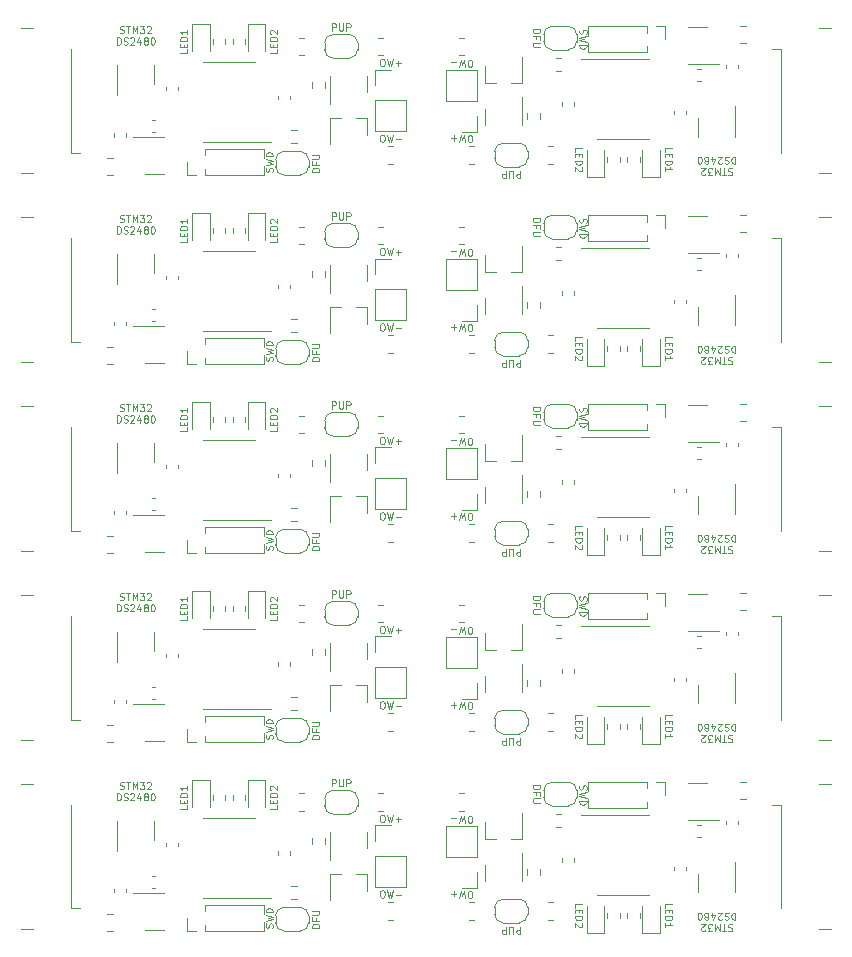
<source format=gbr>
%TF.GenerationSoftware,KiCad,Pcbnew,(5.99.0-10613-g4d227d2d2b)*%
%TF.CreationDate,2021-05-26T08:20:35+03:00*%
%TF.ProjectId,stm32_ds2480_emu_panel,73746d33-325f-4647-9332-3438305f656d,rev?*%
%TF.SameCoordinates,Original*%
%TF.FileFunction,Legend,Top*%
%TF.FilePolarity,Positive*%
%FSLAX46Y46*%
G04 Gerber Fmt 4.6, Leading zero omitted, Abs format (unit mm)*
G04 Created by KiCad (PCBNEW (5.99.0-10613-g4d227d2d2b)) date 2021-05-26 08:20:35*
%MOMM*%
%LPD*%
G01*
G04 APERTURE LIST*
%ADD10C,0.100000*%
%ADD11C,0.120000*%
G04 APERTURE END LIST*
D10*
X63728568Y-52871425D02*
X63842854Y-52871425D01*
X63899997Y-52899997D01*
X63957139Y-52957139D01*
X63985711Y-53071425D01*
X63985711Y-53271425D01*
X63957139Y-53385711D01*
X63899997Y-53442854D01*
X63842854Y-53471425D01*
X63728568Y-53471425D01*
X63671425Y-53442854D01*
X63614282Y-53385711D01*
X63585711Y-53271425D01*
X63585711Y-53071425D01*
X63614282Y-52957139D01*
X63671425Y-52899997D01*
X63728568Y-52871425D01*
X64185711Y-52871425D02*
X64328568Y-53471425D01*
X64442854Y-53042854D01*
X64557139Y-53471425D01*
X64699997Y-52871425D01*
X64928568Y-53242854D02*
X65385711Y-53242854D01*
X71271437Y-47128574D02*
X71157151Y-47128574D01*
X71100009Y-47100003D01*
X71042866Y-47042860D01*
X71014294Y-46928574D01*
X71014294Y-46728574D01*
X71042866Y-46614288D01*
X71100009Y-46557145D01*
X71157151Y-46528574D01*
X71271437Y-46528574D01*
X71328580Y-46557145D01*
X71385723Y-46614288D01*
X71414294Y-46728574D01*
X71414294Y-46928574D01*
X71385723Y-47042860D01*
X71328580Y-47100003D01*
X71271437Y-47128574D01*
X70814294Y-47128574D02*
X70671437Y-46528574D01*
X70557151Y-46957145D01*
X70442866Y-46528574D01*
X70300009Y-47128574D01*
X70071437Y-46757145D02*
X69614294Y-46757145D01*
X63728568Y-68871432D02*
X63842854Y-68871432D01*
X63899997Y-68900004D01*
X63957139Y-68957146D01*
X63985711Y-69071432D01*
X63985711Y-69271432D01*
X63957139Y-69385718D01*
X63899997Y-69442861D01*
X63842854Y-69471432D01*
X63728568Y-69471432D01*
X63671425Y-69442861D01*
X63614282Y-69385718D01*
X63585711Y-69271432D01*
X63585711Y-69071432D01*
X63614282Y-68957146D01*
X63671425Y-68900004D01*
X63728568Y-68871432D01*
X64185711Y-68871432D02*
X64328568Y-69471432D01*
X64442854Y-69042861D01*
X64557139Y-69471432D01*
X64699997Y-68871432D01*
X64928568Y-69242861D02*
X65385711Y-69242861D01*
X71271437Y-63128581D02*
X71157151Y-63128581D01*
X71100009Y-63100010D01*
X71042866Y-63042867D01*
X71014294Y-62928581D01*
X71014294Y-62728581D01*
X71042866Y-62614295D01*
X71100009Y-62557152D01*
X71157151Y-62528581D01*
X71271437Y-62528581D01*
X71328580Y-62557152D01*
X71385723Y-62614295D01*
X71414294Y-62728581D01*
X71414294Y-62928581D01*
X71385723Y-63042867D01*
X71328580Y-63100010D01*
X71271437Y-63128581D01*
X70814294Y-63128581D02*
X70671437Y-62528581D01*
X70557151Y-62957152D01*
X70442866Y-62528581D01*
X70300009Y-63128581D01*
X70071437Y-62757152D02*
X69614294Y-62757152D01*
X63728568Y-84871439D02*
X63842854Y-84871439D01*
X63899997Y-84900011D01*
X63957139Y-84957153D01*
X63985711Y-85071439D01*
X63985711Y-85271439D01*
X63957139Y-85385725D01*
X63899997Y-85442868D01*
X63842854Y-85471439D01*
X63728568Y-85471439D01*
X63671425Y-85442868D01*
X63614282Y-85385725D01*
X63585711Y-85271439D01*
X63585711Y-85071439D01*
X63614282Y-84957153D01*
X63671425Y-84900011D01*
X63728568Y-84871439D01*
X64185711Y-84871439D02*
X64328568Y-85471439D01*
X64442854Y-85042868D01*
X64557139Y-85471439D01*
X64699997Y-84871439D01*
X64928568Y-85242868D02*
X65385711Y-85242868D01*
X71271437Y-79128588D02*
X71157151Y-79128588D01*
X71100009Y-79100017D01*
X71042866Y-79042874D01*
X71014294Y-78928588D01*
X71014294Y-78728588D01*
X71042866Y-78614302D01*
X71100009Y-78557159D01*
X71157151Y-78528588D01*
X71271437Y-78528588D01*
X71328580Y-78557159D01*
X71385723Y-78614302D01*
X71414294Y-78728588D01*
X71414294Y-78928588D01*
X71385723Y-79042874D01*
X71328580Y-79100017D01*
X71271437Y-79128588D01*
X70814294Y-79128588D02*
X70671437Y-78528588D01*
X70557151Y-78957159D01*
X70442866Y-78528588D01*
X70300009Y-79128588D01*
X70071437Y-78757159D02*
X69614294Y-78757159D01*
X63728568Y-100871446D02*
X63842854Y-100871446D01*
X63899997Y-100900018D01*
X63957139Y-100957160D01*
X63985711Y-101071446D01*
X63985711Y-101271446D01*
X63957139Y-101385732D01*
X63899997Y-101442875D01*
X63842854Y-101471446D01*
X63728568Y-101471446D01*
X63671425Y-101442875D01*
X63614282Y-101385732D01*
X63585711Y-101271446D01*
X63585711Y-101071446D01*
X63614282Y-100957160D01*
X63671425Y-100900018D01*
X63728568Y-100871446D01*
X64185711Y-100871446D02*
X64328568Y-101471446D01*
X64442854Y-101042875D01*
X64557139Y-101471446D01*
X64699997Y-100871446D01*
X64928568Y-101242875D02*
X65385711Y-101242875D01*
X71271437Y-95128595D02*
X71157151Y-95128595D01*
X71100009Y-95100024D01*
X71042866Y-95042881D01*
X71014294Y-94928595D01*
X71014294Y-94728595D01*
X71042866Y-94614309D01*
X71100009Y-94557166D01*
X71157151Y-94528595D01*
X71271437Y-94528595D01*
X71328580Y-94557166D01*
X71385723Y-94614309D01*
X71414294Y-94728595D01*
X71414294Y-94928595D01*
X71385723Y-95042881D01*
X71328580Y-95100024D01*
X71271437Y-95128595D01*
X70814294Y-95128595D02*
X70671437Y-94528595D01*
X70557151Y-94957166D01*
X70442866Y-94528595D01*
X70300009Y-95128595D01*
X70071437Y-94757166D02*
X69614294Y-94757166D01*
X63728568Y-116871453D02*
X63842854Y-116871453D01*
X63899997Y-116900025D01*
X63957139Y-116957167D01*
X63985711Y-117071453D01*
X63985711Y-117271453D01*
X63957139Y-117385739D01*
X63899997Y-117442882D01*
X63842854Y-117471453D01*
X63728568Y-117471453D01*
X63671425Y-117442882D01*
X63614282Y-117385739D01*
X63585711Y-117271453D01*
X63585711Y-117071453D01*
X63614282Y-116957167D01*
X63671425Y-116900025D01*
X63728568Y-116871453D01*
X64185711Y-116871453D02*
X64328568Y-117471453D01*
X64442854Y-117042882D01*
X64557139Y-117471453D01*
X64699997Y-116871453D01*
X64928568Y-117242882D02*
X65385711Y-117242882D01*
X71271437Y-111128602D02*
X71157151Y-111128602D01*
X71100009Y-111100031D01*
X71042866Y-111042888D01*
X71014294Y-110928602D01*
X71014294Y-110728602D01*
X71042866Y-110614316D01*
X71100009Y-110557173D01*
X71157151Y-110528602D01*
X71271437Y-110528602D01*
X71328580Y-110557173D01*
X71385723Y-110614316D01*
X71414294Y-110728602D01*
X71414294Y-110928602D01*
X71385723Y-111042888D01*
X71328580Y-111100031D01*
X71271437Y-111128602D01*
X70814294Y-111128602D02*
X70671437Y-110528602D01*
X70557151Y-110957173D01*
X70442866Y-110528602D01*
X70300009Y-111128602D01*
X70071437Y-110757173D02*
X69614294Y-110757173D01*
X63728568Y-46471425D02*
X63842854Y-46471425D01*
X63899997Y-46499997D01*
X63957139Y-46557139D01*
X63985711Y-46671425D01*
X63985711Y-46871425D01*
X63957139Y-46985711D01*
X63899997Y-47042854D01*
X63842854Y-47071425D01*
X63728568Y-47071425D01*
X63671425Y-47042854D01*
X63614282Y-46985711D01*
X63585711Y-46871425D01*
X63585711Y-46671425D01*
X63614282Y-46557139D01*
X63671425Y-46499997D01*
X63728568Y-46471425D01*
X64185711Y-46471425D02*
X64328568Y-47071425D01*
X64442854Y-46642854D01*
X64557139Y-47071425D01*
X64699997Y-46471425D01*
X64928568Y-46842854D02*
X65385711Y-46842854D01*
X65157139Y-47071425D02*
X65157139Y-46614282D01*
X71271437Y-53528574D02*
X71157151Y-53528574D01*
X71100009Y-53500003D01*
X71042866Y-53442860D01*
X71014294Y-53328574D01*
X71014294Y-53128574D01*
X71042866Y-53014288D01*
X71100009Y-52957145D01*
X71157151Y-52928574D01*
X71271437Y-52928574D01*
X71328580Y-52957145D01*
X71385723Y-53014288D01*
X71414294Y-53128574D01*
X71414294Y-53328574D01*
X71385723Y-53442860D01*
X71328580Y-53500003D01*
X71271437Y-53528574D01*
X70814294Y-53528574D02*
X70671437Y-52928574D01*
X70557151Y-53357145D01*
X70442866Y-52928574D01*
X70300009Y-53528574D01*
X70071437Y-53157145D02*
X69614294Y-53157145D01*
X69842866Y-52928574D02*
X69842866Y-53385717D01*
X63728568Y-62471432D02*
X63842854Y-62471432D01*
X63899997Y-62500004D01*
X63957139Y-62557146D01*
X63985711Y-62671432D01*
X63985711Y-62871432D01*
X63957139Y-62985718D01*
X63899997Y-63042861D01*
X63842854Y-63071432D01*
X63728568Y-63071432D01*
X63671425Y-63042861D01*
X63614282Y-62985718D01*
X63585711Y-62871432D01*
X63585711Y-62671432D01*
X63614282Y-62557146D01*
X63671425Y-62500004D01*
X63728568Y-62471432D01*
X64185711Y-62471432D02*
X64328568Y-63071432D01*
X64442854Y-62642861D01*
X64557139Y-63071432D01*
X64699997Y-62471432D01*
X64928568Y-62842861D02*
X65385711Y-62842861D01*
X65157139Y-63071432D02*
X65157139Y-62614289D01*
X71271437Y-69528581D02*
X71157151Y-69528581D01*
X71100009Y-69500010D01*
X71042866Y-69442867D01*
X71014294Y-69328581D01*
X71014294Y-69128581D01*
X71042866Y-69014295D01*
X71100009Y-68957152D01*
X71157151Y-68928581D01*
X71271437Y-68928581D01*
X71328580Y-68957152D01*
X71385723Y-69014295D01*
X71414294Y-69128581D01*
X71414294Y-69328581D01*
X71385723Y-69442867D01*
X71328580Y-69500010D01*
X71271437Y-69528581D01*
X70814294Y-69528581D02*
X70671437Y-68928581D01*
X70557151Y-69357152D01*
X70442866Y-68928581D01*
X70300009Y-69528581D01*
X70071437Y-69157152D02*
X69614294Y-69157152D01*
X69842866Y-68928581D02*
X69842866Y-69385724D01*
X63728568Y-78471439D02*
X63842854Y-78471439D01*
X63899997Y-78500011D01*
X63957139Y-78557153D01*
X63985711Y-78671439D01*
X63985711Y-78871439D01*
X63957139Y-78985725D01*
X63899997Y-79042868D01*
X63842854Y-79071439D01*
X63728568Y-79071439D01*
X63671425Y-79042868D01*
X63614282Y-78985725D01*
X63585711Y-78871439D01*
X63585711Y-78671439D01*
X63614282Y-78557153D01*
X63671425Y-78500011D01*
X63728568Y-78471439D01*
X64185711Y-78471439D02*
X64328568Y-79071439D01*
X64442854Y-78642868D01*
X64557139Y-79071439D01*
X64699997Y-78471439D01*
X64928568Y-78842868D02*
X65385711Y-78842868D01*
X65157139Y-79071439D02*
X65157139Y-78614296D01*
X71271437Y-85528588D02*
X71157151Y-85528588D01*
X71100009Y-85500017D01*
X71042866Y-85442874D01*
X71014294Y-85328588D01*
X71014294Y-85128588D01*
X71042866Y-85014302D01*
X71100009Y-84957159D01*
X71157151Y-84928588D01*
X71271437Y-84928588D01*
X71328580Y-84957159D01*
X71385723Y-85014302D01*
X71414294Y-85128588D01*
X71414294Y-85328588D01*
X71385723Y-85442874D01*
X71328580Y-85500017D01*
X71271437Y-85528588D01*
X70814294Y-85528588D02*
X70671437Y-84928588D01*
X70557151Y-85357159D01*
X70442866Y-84928588D01*
X70300009Y-85528588D01*
X70071437Y-85157159D02*
X69614294Y-85157159D01*
X69842866Y-84928588D02*
X69842866Y-85385731D01*
X63728568Y-94471446D02*
X63842854Y-94471446D01*
X63899997Y-94500018D01*
X63957139Y-94557160D01*
X63985711Y-94671446D01*
X63985711Y-94871446D01*
X63957139Y-94985732D01*
X63899997Y-95042875D01*
X63842854Y-95071446D01*
X63728568Y-95071446D01*
X63671425Y-95042875D01*
X63614282Y-94985732D01*
X63585711Y-94871446D01*
X63585711Y-94671446D01*
X63614282Y-94557160D01*
X63671425Y-94500018D01*
X63728568Y-94471446D01*
X64185711Y-94471446D02*
X64328568Y-95071446D01*
X64442854Y-94642875D01*
X64557139Y-95071446D01*
X64699997Y-94471446D01*
X64928568Y-94842875D02*
X65385711Y-94842875D01*
X65157139Y-95071446D02*
X65157139Y-94614303D01*
X71271437Y-101528595D02*
X71157151Y-101528595D01*
X71100009Y-101500024D01*
X71042866Y-101442881D01*
X71014294Y-101328595D01*
X71014294Y-101128595D01*
X71042866Y-101014309D01*
X71100009Y-100957166D01*
X71157151Y-100928595D01*
X71271437Y-100928595D01*
X71328580Y-100957166D01*
X71385723Y-101014309D01*
X71414294Y-101128595D01*
X71414294Y-101328595D01*
X71385723Y-101442881D01*
X71328580Y-101500024D01*
X71271437Y-101528595D01*
X70814294Y-101528595D02*
X70671437Y-100928595D01*
X70557151Y-101357166D01*
X70442866Y-100928595D01*
X70300009Y-101528595D01*
X70071437Y-101157166D02*
X69614294Y-101157166D01*
X69842866Y-100928595D02*
X69842866Y-101385738D01*
X63728568Y-110471453D02*
X63842854Y-110471453D01*
X63899997Y-110500025D01*
X63957139Y-110557167D01*
X63985711Y-110671453D01*
X63985711Y-110871453D01*
X63957139Y-110985739D01*
X63899997Y-111042882D01*
X63842854Y-111071453D01*
X63728568Y-111071453D01*
X63671425Y-111042882D01*
X63614282Y-110985739D01*
X63585711Y-110871453D01*
X63585711Y-110671453D01*
X63614282Y-110557167D01*
X63671425Y-110500025D01*
X63728568Y-110471453D01*
X64185711Y-110471453D02*
X64328568Y-111071453D01*
X64442854Y-110642882D01*
X64557139Y-111071453D01*
X64699997Y-110471453D01*
X64928568Y-110842882D02*
X65385711Y-110842882D01*
X65157139Y-111071453D02*
X65157139Y-110614310D01*
X71271437Y-117528602D02*
X71157151Y-117528602D01*
X71100009Y-117500031D01*
X71042866Y-117442888D01*
X71014294Y-117328602D01*
X71014294Y-117128602D01*
X71042866Y-117014316D01*
X71100009Y-116957173D01*
X71157151Y-116928602D01*
X71271437Y-116928602D01*
X71328580Y-116957173D01*
X71385723Y-117014316D01*
X71414294Y-117128602D01*
X71414294Y-117328602D01*
X71385723Y-117442888D01*
X71328580Y-117500031D01*
X71271437Y-117528602D01*
X70814294Y-117528602D02*
X70671437Y-116928602D01*
X70557151Y-117357173D01*
X70442866Y-116928602D01*
X70300009Y-117528602D01*
X70071437Y-117157173D02*
X69614294Y-117157173D01*
X69842866Y-116928602D02*
X69842866Y-117385745D01*
X41585711Y-44259854D02*
X41671425Y-44288425D01*
X41814282Y-44288425D01*
X41871425Y-44259854D01*
X41899997Y-44231282D01*
X41928568Y-44174139D01*
X41928568Y-44116997D01*
X41899997Y-44059854D01*
X41871425Y-44031282D01*
X41814282Y-44002711D01*
X41699997Y-43974139D01*
X41642854Y-43945568D01*
X41614282Y-43916997D01*
X41585711Y-43859854D01*
X41585711Y-43802711D01*
X41614282Y-43745568D01*
X41642854Y-43716997D01*
X41699997Y-43688425D01*
X41842854Y-43688425D01*
X41928568Y-43716997D01*
X42099997Y-43688425D02*
X42442854Y-43688425D01*
X42271425Y-44288425D02*
X42271425Y-43688425D01*
X42642854Y-44288425D02*
X42642854Y-43688425D01*
X42842854Y-44116997D01*
X43042854Y-43688425D01*
X43042854Y-44288425D01*
X43271425Y-43688425D02*
X43642854Y-43688425D01*
X43442854Y-43916997D01*
X43528568Y-43916997D01*
X43585711Y-43945568D01*
X43614282Y-43974139D01*
X43642854Y-44031282D01*
X43642854Y-44174139D01*
X43614282Y-44231282D01*
X43585711Y-44259854D01*
X43528568Y-44288425D01*
X43357139Y-44288425D01*
X43299997Y-44259854D01*
X43271425Y-44231282D01*
X43871425Y-43745568D02*
X43899997Y-43716997D01*
X43957139Y-43688425D01*
X44099997Y-43688425D01*
X44157139Y-43716997D01*
X44185711Y-43745568D01*
X44214282Y-43802711D01*
X44214282Y-43859854D01*
X44185711Y-43945568D01*
X43842854Y-44288425D01*
X44214282Y-44288425D01*
X41314282Y-45254425D02*
X41314282Y-44654425D01*
X41457139Y-44654425D01*
X41542854Y-44682997D01*
X41599997Y-44740139D01*
X41628568Y-44797282D01*
X41657139Y-44911568D01*
X41657139Y-44997282D01*
X41628568Y-45111568D01*
X41599997Y-45168711D01*
X41542854Y-45225854D01*
X41457139Y-45254425D01*
X41314282Y-45254425D01*
X41885711Y-45225854D02*
X41971425Y-45254425D01*
X42114282Y-45254425D01*
X42171425Y-45225854D01*
X42199997Y-45197282D01*
X42228568Y-45140139D01*
X42228568Y-45082997D01*
X42199997Y-45025854D01*
X42171425Y-44997282D01*
X42114282Y-44968711D01*
X41999997Y-44940139D01*
X41942854Y-44911568D01*
X41914282Y-44882997D01*
X41885711Y-44825854D01*
X41885711Y-44768711D01*
X41914282Y-44711568D01*
X41942854Y-44682997D01*
X41999997Y-44654425D01*
X42142854Y-44654425D01*
X42228568Y-44682997D01*
X42457139Y-44711568D02*
X42485711Y-44682997D01*
X42542854Y-44654425D01*
X42685711Y-44654425D01*
X42742854Y-44682997D01*
X42771425Y-44711568D01*
X42799997Y-44768711D01*
X42799997Y-44825854D01*
X42771425Y-44911568D01*
X42428568Y-45254425D01*
X42799997Y-45254425D01*
X43314282Y-44854425D02*
X43314282Y-45254425D01*
X43171425Y-44625854D02*
X43028568Y-45054425D01*
X43399997Y-45054425D01*
X43714282Y-44911568D02*
X43657139Y-44882997D01*
X43628568Y-44854425D01*
X43599997Y-44797282D01*
X43599997Y-44768711D01*
X43628568Y-44711568D01*
X43657139Y-44682997D01*
X43714282Y-44654425D01*
X43828568Y-44654425D01*
X43885711Y-44682997D01*
X43914282Y-44711568D01*
X43942854Y-44768711D01*
X43942854Y-44797282D01*
X43914282Y-44854425D01*
X43885711Y-44882997D01*
X43828568Y-44911568D01*
X43714282Y-44911568D01*
X43657139Y-44940139D01*
X43628568Y-44968711D01*
X43599997Y-45025854D01*
X43599997Y-45140139D01*
X43628568Y-45197282D01*
X43657139Y-45225854D01*
X43714282Y-45254425D01*
X43828568Y-45254425D01*
X43885711Y-45225854D01*
X43914282Y-45197282D01*
X43942854Y-45140139D01*
X43942854Y-45025854D01*
X43914282Y-44968711D01*
X43885711Y-44940139D01*
X43828568Y-44911568D01*
X44314282Y-44654425D02*
X44371425Y-44654425D01*
X44428568Y-44682997D01*
X44457139Y-44711568D01*
X44485711Y-44768711D01*
X44514282Y-44882997D01*
X44514282Y-45025854D01*
X44485711Y-45140139D01*
X44457139Y-45197282D01*
X44428568Y-45225854D01*
X44371425Y-45254425D01*
X44314282Y-45254425D01*
X44257139Y-45225854D01*
X44228568Y-45197282D01*
X44199997Y-45140139D01*
X44171425Y-45025854D01*
X44171425Y-44882997D01*
X44199997Y-44768711D01*
X44228568Y-44711568D01*
X44257139Y-44682997D01*
X44314282Y-44654425D01*
X93414294Y-55740145D02*
X93328580Y-55711574D01*
X93185723Y-55711574D01*
X93128580Y-55740145D01*
X93100009Y-55768717D01*
X93071437Y-55825860D01*
X93071437Y-55883003D01*
X93100009Y-55940145D01*
X93128580Y-55968717D01*
X93185723Y-55997288D01*
X93300009Y-56025860D01*
X93357151Y-56054431D01*
X93385723Y-56083003D01*
X93414294Y-56140145D01*
X93414294Y-56197288D01*
X93385723Y-56254431D01*
X93357151Y-56283003D01*
X93300009Y-56311574D01*
X93157151Y-56311574D01*
X93071437Y-56283003D01*
X92900009Y-56311574D02*
X92557151Y-56311574D01*
X92728580Y-55711574D02*
X92728580Y-56311574D01*
X92357151Y-55711574D02*
X92357151Y-56311574D01*
X92157151Y-55883003D01*
X91957151Y-56311574D01*
X91957151Y-55711574D01*
X91728580Y-56311574D02*
X91357151Y-56311574D01*
X91557151Y-56083003D01*
X91471437Y-56083003D01*
X91414294Y-56054431D01*
X91385723Y-56025860D01*
X91357151Y-55968717D01*
X91357151Y-55825860D01*
X91385723Y-55768717D01*
X91414294Y-55740145D01*
X91471437Y-55711574D01*
X91642866Y-55711574D01*
X91700009Y-55740145D01*
X91728580Y-55768717D01*
X91128580Y-56254431D02*
X91100009Y-56283003D01*
X91042866Y-56311574D01*
X90900009Y-56311574D01*
X90842866Y-56283003D01*
X90814294Y-56254431D01*
X90785723Y-56197288D01*
X90785723Y-56140145D01*
X90814294Y-56054431D01*
X91157151Y-55711574D01*
X90785723Y-55711574D01*
X93685723Y-54745574D02*
X93685723Y-55345574D01*
X93542866Y-55345574D01*
X93457151Y-55317003D01*
X93400009Y-55259860D01*
X93371437Y-55202717D01*
X93342866Y-55088431D01*
X93342866Y-55002717D01*
X93371437Y-54888431D01*
X93400009Y-54831288D01*
X93457151Y-54774145D01*
X93542866Y-54745574D01*
X93685723Y-54745574D01*
X93114294Y-54774145D02*
X93028580Y-54745574D01*
X92885723Y-54745574D01*
X92828580Y-54774145D01*
X92800009Y-54802717D01*
X92771437Y-54859860D01*
X92771437Y-54917003D01*
X92800009Y-54974145D01*
X92828580Y-55002717D01*
X92885723Y-55031288D01*
X93000009Y-55059860D01*
X93057151Y-55088431D01*
X93085723Y-55117003D01*
X93114294Y-55174145D01*
X93114294Y-55231288D01*
X93085723Y-55288431D01*
X93057151Y-55317003D01*
X93000009Y-55345574D01*
X92857151Y-55345574D01*
X92771437Y-55317003D01*
X92542866Y-55288431D02*
X92514294Y-55317003D01*
X92457151Y-55345574D01*
X92314294Y-55345574D01*
X92257151Y-55317003D01*
X92228580Y-55288431D01*
X92200009Y-55231288D01*
X92200009Y-55174145D01*
X92228580Y-55088431D01*
X92571437Y-54745574D01*
X92200009Y-54745574D01*
X91685723Y-55145574D02*
X91685723Y-54745574D01*
X91828580Y-55374145D02*
X91971437Y-54945574D01*
X91600009Y-54945574D01*
X91285723Y-55088431D02*
X91342866Y-55117003D01*
X91371437Y-55145574D01*
X91400009Y-55202717D01*
X91400009Y-55231288D01*
X91371437Y-55288431D01*
X91342866Y-55317003D01*
X91285723Y-55345574D01*
X91171437Y-55345574D01*
X91114294Y-55317003D01*
X91085723Y-55288431D01*
X91057151Y-55231288D01*
X91057151Y-55202717D01*
X91085723Y-55145574D01*
X91114294Y-55117003D01*
X91171437Y-55088431D01*
X91285723Y-55088431D01*
X91342866Y-55059860D01*
X91371437Y-55031288D01*
X91400009Y-54974145D01*
X91400009Y-54859860D01*
X91371437Y-54802717D01*
X91342866Y-54774145D01*
X91285723Y-54745574D01*
X91171437Y-54745574D01*
X91114294Y-54774145D01*
X91085723Y-54802717D01*
X91057151Y-54859860D01*
X91057151Y-54974145D01*
X91085723Y-55031288D01*
X91114294Y-55059860D01*
X91171437Y-55088431D01*
X90685723Y-55345574D02*
X90628580Y-55345574D01*
X90571437Y-55317003D01*
X90542866Y-55288431D01*
X90514294Y-55231288D01*
X90485723Y-55117003D01*
X90485723Y-54974145D01*
X90514294Y-54859860D01*
X90542866Y-54802717D01*
X90571437Y-54774145D01*
X90628580Y-54745574D01*
X90685723Y-54745574D01*
X90742866Y-54774145D01*
X90771437Y-54802717D01*
X90800009Y-54859860D01*
X90828580Y-54974145D01*
X90828580Y-55117003D01*
X90800009Y-55231288D01*
X90771437Y-55288431D01*
X90742866Y-55317003D01*
X90685723Y-55345574D01*
X41585711Y-60259861D02*
X41671425Y-60288432D01*
X41814282Y-60288432D01*
X41871425Y-60259861D01*
X41899997Y-60231289D01*
X41928568Y-60174146D01*
X41928568Y-60117004D01*
X41899997Y-60059861D01*
X41871425Y-60031289D01*
X41814282Y-60002718D01*
X41699997Y-59974146D01*
X41642854Y-59945575D01*
X41614282Y-59917004D01*
X41585711Y-59859861D01*
X41585711Y-59802718D01*
X41614282Y-59745575D01*
X41642854Y-59717004D01*
X41699997Y-59688432D01*
X41842854Y-59688432D01*
X41928568Y-59717004D01*
X42099997Y-59688432D02*
X42442854Y-59688432D01*
X42271425Y-60288432D02*
X42271425Y-59688432D01*
X42642854Y-60288432D02*
X42642854Y-59688432D01*
X42842854Y-60117004D01*
X43042854Y-59688432D01*
X43042854Y-60288432D01*
X43271425Y-59688432D02*
X43642854Y-59688432D01*
X43442854Y-59917004D01*
X43528568Y-59917004D01*
X43585711Y-59945575D01*
X43614282Y-59974146D01*
X43642854Y-60031289D01*
X43642854Y-60174146D01*
X43614282Y-60231289D01*
X43585711Y-60259861D01*
X43528568Y-60288432D01*
X43357139Y-60288432D01*
X43299997Y-60259861D01*
X43271425Y-60231289D01*
X43871425Y-59745575D02*
X43899997Y-59717004D01*
X43957139Y-59688432D01*
X44099997Y-59688432D01*
X44157139Y-59717004D01*
X44185711Y-59745575D01*
X44214282Y-59802718D01*
X44214282Y-59859861D01*
X44185711Y-59945575D01*
X43842854Y-60288432D01*
X44214282Y-60288432D01*
X41314282Y-61254432D02*
X41314282Y-60654432D01*
X41457139Y-60654432D01*
X41542854Y-60683004D01*
X41599997Y-60740146D01*
X41628568Y-60797289D01*
X41657139Y-60911575D01*
X41657139Y-60997289D01*
X41628568Y-61111575D01*
X41599997Y-61168718D01*
X41542854Y-61225861D01*
X41457139Y-61254432D01*
X41314282Y-61254432D01*
X41885711Y-61225861D02*
X41971425Y-61254432D01*
X42114282Y-61254432D01*
X42171425Y-61225861D01*
X42199997Y-61197289D01*
X42228568Y-61140146D01*
X42228568Y-61083004D01*
X42199997Y-61025861D01*
X42171425Y-60997289D01*
X42114282Y-60968718D01*
X41999997Y-60940146D01*
X41942854Y-60911575D01*
X41914282Y-60883004D01*
X41885711Y-60825861D01*
X41885711Y-60768718D01*
X41914282Y-60711575D01*
X41942854Y-60683004D01*
X41999997Y-60654432D01*
X42142854Y-60654432D01*
X42228568Y-60683004D01*
X42457139Y-60711575D02*
X42485711Y-60683004D01*
X42542854Y-60654432D01*
X42685711Y-60654432D01*
X42742854Y-60683004D01*
X42771425Y-60711575D01*
X42799997Y-60768718D01*
X42799997Y-60825861D01*
X42771425Y-60911575D01*
X42428568Y-61254432D01*
X42799997Y-61254432D01*
X43314282Y-60854432D02*
X43314282Y-61254432D01*
X43171425Y-60625861D02*
X43028568Y-61054432D01*
X43399997Y-61054432D01*
X43714282Y-60911575D02*
X43657139Y-60883004D01*
X43628568Y-60854432D01*
X43599997Y-60797289D01*
X43599997Y-60768718D01*
X43628568Y-60711575D01*
X43657139Y-60683004D01*
X43714282Y-60654432D01*
X43828568Y-60654432D01*
X43885711Y-60683004D01*
X43914282Y-60711575D01*
X43942854Y-60768718D01*
X43942854Y-60797289D01*
X43914282Y-60854432D01*
X43885711Y-60883004D01*
X43828568Y-60911575D01*
X43714282Y-60911575D01*
X43657139Y-60940146D01*
X43628568Y-60968718D01*
X43599997Y-61025861D01*
X43599997Y-61140146D01*
X43628568Y-61197289D01*
X43657139Y-61225861D01*
X43714282Y-61254432D01*
X43828568Y-61254432D01*
X43885711Y-61225861D01*
X43914282Y-61197289D01*
X43942854Y-61140146D01*
X43942854Y-61025861D01*
X43914282Y-60968718D01*
X43885711Y-60940146D01*
X43828568Y-60911575D01*
X44314282Y-60654432D02*
X44371425Y-60654432D01*
X44428568Y-60683004D01*
X44457139Y-60711575D01*
X44485711Y-60768718D01*
X44514282Y-60883004D01*
X44514282Y-61025861D01*
X44485711Y-61140146D01*
X44457139Y-61197289D01*
X44428568Y-61225861D01*
X44371425Y-61254432D01*
X44314282Y-61254432D01*
X44257139Y-61225861D01*
X44228568Y-61197289D01*
X44199997Y-61140146D01*
X44171425Y-61025861D01*
X44171425Y-60883004D01*
X44199997Y-60768718D01*
X44228568Y-60711575D01*
X44257139Y-60683004D01*
X44314282Y-60654432D01*
X93414294Y-71740152D02*
X93328580Y-71711581D01*
X93185723Y-71711581D01*
X93128580Y-71740152D01*
X93100009Y-71768724D01*
X93071437Y-71825867D01*
X93071437Y-71883010D01*
X93100009Y-71940152D01*
X93128580Y-71968724D01*
X93185723Y-71997295D01*
X93300009Y-72025867D01*
X93357151Y-72054438D01*
X93385723Y-72083010D01*
X93414294Y-72140152D01*
X93414294Y-72197295D01*
X93385723Y-72254438D01*
X93357151Y-72283010D01*
X93300009Y-72311581D01*
X93157151Y-72311581D01*
X93071437Y-72283010D01*
X92900009Y-72311581D02*
X92557151Y-72311581D01*
X92728580Y-71711581D02*
X92728580Y-72311581D01*
X92357151Y-71711581D02*
X92357151Y-72311581D01*
X92157151Y-71883010D01*
X91957151Y-72311581D01*
X91957151Y-71711581D01*
X91728580Y-72311581D02*
X91357151Y-72311581D01*
X91557151Y-72083010D01*
X91471437Y-72083010D01*
X91414294Y-72054438D01*
X91385723Y-72025867D01*
X91357151Y-71968724D01*
X91357151Y-71825867D01*
X91385723Y-71768724D01*
X91414294Y-71740152D01*
X91471437Y-71711581D01*
X91642866Y-71711581D01*
X91700009Y-71740152D01*
X91728580Y-71768724D01*
X91128580Y-72254438D02*
X91100009Y-72283010D01*
X91042866Y-72311581D01*
X90900009Y-72311581D01*
X90842866Y-72283010D01*
X90814294Y-72254438D01*
X90785723Y-72197295D01*
X90785723Y-72140152D01*
X90814294Y-72054438D01*
X91157151Y-71711581D01*
X90785723Y-71711581D01*
X93685723Y-70745581D02*
X93685723Y-71345581D01*
X93542866Y-71345581D01*
X93457151Y-71317010D01*
X93400009Y-71259867D01*
X93371437Y-71202724D01*
X93342866Y-71088438D01*
X93342866Y-71002724D01*
X93371437Y-70888438D01*
X93400009Y-70831295D01*
X93457151Y-70774152D01*
X93542866Y-70745581D01*
X93685723Y-70745581D01*
X93114294Y-70774152D02*
X93028580Y-70745581D01*
X92885723Y-70745581D01*
X92828580Y-70774152D01*
X92800009Y-70802724D01*
X92771437Y-70859867D01*
X92771437Y-70917010D01*
X92800009Y-70974152D01*
X92828580Y-71002724D01*
X92885723Y-71031295D01*
X93000009Y-71059867D01*
X93057151Y-71088438D01*
X93085723Y-71117010D01*
X93114294Y-71174152D01*
X93114294Y-71231295D01*
X93085723Y-71288438D01*
X93057151Y-71317010D01*
X93000009Y-71345581D01*
X92857151Y-71345581D01*
X92771437Y-71317010D01*
X92542866Y-71288438D02*
X92514294Y-71317010D01*
X92457151Y-71345581D01*
X92314294Y-71345581D01*
X92257151Y-71317010D01*
X92228580Y-71288438D01*
X92200009Y-71231295D01*
X92200009Y-71174152D01*
X92228580Y-71088438D01*
X92571437Y-70745581D01*
X92200009Y-70745581D01*
X91685723Y-71145581D02*
X91685723Y-70745581D01*
X91828580Y-71374152D02*
X91971437Y-70945581D01*
X91600009Y-70945581D01*
X91285723Y-71088438D02*
X91342866Y-71117010D01*
X91371437Y-71145581D01*
X91400009Y-71202724D01*
X91400009Y-71231295D01*
X91371437Y-71288438D01*
X91342866Y-71317010D01*
X91285723Y-71345581D01*
X91171437Y-71345581D01*
X91114294Y-71317010D01*
X91085723Y-71288438D01*
X91057151Y-71231295D01*
X91057151Y-71202724D01*
X91085723Y-71145581D01*
X91114294Y-71117010D01*
X91171437Y-71088438D01*
X91285723Y-71088438D01*
X91342866Y-71059867D01*
X91371437Y-71031295D01*
X91400009Y-70974152D01*
X91400009Y-70859867D01*
X91371437Y-70802724D01*
X91342866Y-70774152D01*
X91285723Y-70745581D01*
X91171437Y-70745581D01*
X91114294Y-70774152D01*
X91085723Y-70802724D01*
X91057151Y-70859867D01*
X91057151Y-70974152D01*
X91085723Y-71031295D01*
X91114294Y-71059867D01*
X91171437Y-71088438D01*
X90685723Y-71345581D02*
X90628580Y-71345581D01*
X90571437Y-71317010D01*
X90542866Y-71288438D01*
X90514294Y-71231295D01*
X90485723Y-71117010D01*
X90485723Y-70974152D01*
X90514294Y-70859867D01*
X90542866Y-70802724D01*
X90571437Y-70774152D01*
X90628580Y-70745581D01*
X90685723Y-70745581D01*
X90742866Y-70774152D01*
X90771437Y-70802724D01*
X90800009Y-70859867D01*
X90828580Y-70974152D01*
X90828580Y-71117010D01*
X90800009Y-71231295D01*
X90771437Y-71288438D01*
X90742866Y-71317010D01*
X90685723Y-71345581D01*
X41585711Y-76259868D02*
X41671425Y-76288439D01*
X41814282Y-76288439D01*
X41871425Y-76259868D01*
X41899997Y-76231296D01*
X41928568Y-76174153D01*
X41928568Y-76117011D01*
X41899997Y-76059868D01*
X41871425Y-76031296D01*
X41814282Y-76002725D01*
X41699997Y-75974153D01*
X41642854Y-75945582D01*
X41614282Y-75917011D01*
X41585711Y-75859868D01*
X41585711Y-75802725D01*
X41614282Y-75745582D01*
X41642854Y-75717011D01*
X41699997Y-75688439D01*
X41842854Y-75688439D01*
X41928568Y-75717011D01*
X42099997Y-75688439D02*
X42442854Y-75688439D01*
X42271425Y-76288439D02*
X42271425Y-75688439D01*
X42642854Y-76288439D02*
X42642854Y-75688439D01*
X42842854Y-76117011D01*
X43042854Y-75688439D01*
X43042854Y-76288439D01*
X43271425Y-75688439D02*
X43642854Y-75688439D01*
X43442854Y-75917011D01*
X43528568Y-75917011D01*
X43585711Y-75945582D01*
X43614282Y-75974153D01*
X43642854Y-76031296D01*
X43642854Y-76174153D01*
X43614282Y-76231296D01*
X43585711Y-76259868D01*
X43528568Y-76288439D01*
X43357139Y-76288439D01*
X43299997Y-76259868D01*
X43271425Y-76231296D01*
X43871425Y-75745582D02*
X43899997Y-75717011D01*
X43957139Y-75688439D01*
X44099997Y-75688439D01*
X44157139Y-75717011D01*
X44185711Y-75745582D01*
X44214282Y-75802725D01*
X44214282Y-75859868D01*
X44185711Y-75945582D01*
X43842854Y-76288439D01*
X44214282Y-76288439D01*
X41314282Y-77254439D02*
X41314282Y-76654439D01*
X41457139Y-76654439D01*
X41542854Y-76683011D01*
X41599997Y-76740153D01*
X41628568Y-76797296D01*
X41657139Y-76911582D01*
X41657139Y-76997296D01*
X41628568Y-77111582D01*
X41599997Y-77168725D01*
X41542854Y-77225868D01*
X41457139Y-77254439D01*
X41314282Y-77254439D01*
X41885711Y-77225868D02*
X41971425Y-77254439D01*
X42114282Y-77254439D01*
X42171425Y-77225868D01*
X42199997Y-77197296D01*
X42228568Y-77140153D01*
X42228568Y-77083011D01*
X42199997Y-77025868D01*
X42171425Y-76997296D01*
X42114282Y-76968725D01*
X41999997Y-76940153D01*
X41942854Y-76911582D01*
X41914282Y-76883011D01*
X41885711Y-76825868D01*
X41885711Y-76768725D01*
X41914282Y-76711582D01*
X41942854Y-76683011D01*
X41999997Y-76654439D01*
X42142854Y-76654439D01*
X42228568Y-76683011D01*
X42457139Y-76711582D02*
X42485711Y-76683011D01*
X42542854Y-76654439D01*
X42685711Y-76654439D01*
X42742854Y-76683011D01*
X42771425Y-76711582D01*
X42799997Y-76768725D01*
X42799997Y-76825868D01*
X42771425Y-76911582D01*
X42428568Y-77254439D01*
X42799997Y-77254439D01*
X43314282Y-76854439D02*
X43314282Y-77254439D01*
X43171425Y-76625868D02*
X43028568Y-77054439D01*
X43399997Y-77054439D01*
X43714282Y-76911582D02*
X43657139Y-76883011D01*
X43628568Y-76854439D01*
X43599997Y-76797296D01*
X43599997Y-76768725D01*
X43628568Y-76711582D01*
X43657139Y-76683011D01*
X43714282Y-76654439D01*
X43828568Y-76654439D01*
X43885711Y-76683011D01*
X43914282Y-76711582D01*
X43942854Y-76768725D01*
X43942854Y-76797296D01*
X43914282Y-76854439D01*
X43885711Y-76883011D01*
X43828568Y-76911582D01*
X43714282Y-76911582D01*
X43657139Y-76940153D01*
X43628568Y-76968725D01*
X43599997Y-77025868D01*
X43599997Y-77140153D01*
X43628568Y-77197296D01*
X43657139Y-77225868D01*
X43714282Y-77254439D01*
X43828568Y-77254439D01*
X43885711Y-77225868D01*
X43914282Y-77197296D01*
X43942854Y-77140153D01*
X43942854Y-77025868D01*
X43914282Y-76968725D01*
X43885711Y-76940153D01*
X43828568Y-76911582D01*
X44314282Y-76654439D02*
X44371425Y-76654439D01*
X44428568Y-76683011D01*
X44457139Y-76711582D01*
X44485711Y-76768725D01*
X44514282Y-76883011D01*
X44514282Y-77025868D01*
X44485711Y-77140153D01*
X44457139Y-77197296D01*
X44428568Y-77225868D01*
X44371425Y-77254439D01*
X44314282Y-77254439D01*
X44257139Y-77225868D01*
X44228568Y-77197296D01*
X44199997Y-77140153D01*
X44171425Y-77025868D01*
X44171425Y-76883011D01*
X44199997Y-76768725D01*
X44228568Y-76711582D01*
X44257139Y-76683011D01*
X44314282Y-76654439D01*
X93414294Y-87740159D02*
X93328580Y-87711588D01*
X93185723Y-87711588D01*
X93128580Y-87740159D01*
X93100009Y-87768731D01*
X93071437Y-87825874D01*
X93071437Y-87883017D01*
X93100009Y-87940159D01*
X93128580Y-87968731D01*
X93185723Y-87997302D01*
X93300009Y-88025874D01*
X93357151Y-88054445D01*
X93385723Y-88083017D01*
X93414294Y-88140159D01*
X93414294Y-88197302D01*
X93385723Y-88254445D01*
X93357151Y-88283017D01*
X93300009Y-88311588D01*
X93157151Y-88311588D01*
X93071437Y-88283017D01*
X92900009Y-88311588D02*
X92557151Y-88311588D01*
X92728580Y-87711588D02*
X92728580Y-88311588D01*
X92357151Y-87711588D02*
X92357151Y-88311588D01*
X92157151Y-87883017D01*
X91957151Y-88311588D01*
X91957151Y-87711588D01*
X91728580Y-88311588D02*
X91357151Y-88311588D01*
X91557151Y-88083017D01*
X91471437Y-88083017D01*
X91414294Y-88054445D01*
X91385723Y-88025874D01*
X91357151Y-87968731D01*
X91357151Y-87825874D01*
X91385723Y-87768731D01*
X91414294Y-87740159D01*
X91471437Y-87711588D01*
X91642866Y-87711588D01*
X91700009Y-87740159D01*
X91728580Y-87768731D01*
X91128580Y-88254445D02*
X91100009Y-88283017D01*
X91042866Y-88311588D01*
X90900009Y-88311588D01*
X90842866Y-88283017D01*
X90814294Y-88254445D01*
X90785723Y-88197302D01*
X90785723Y-88140159D01*
X90814294Y-88054445D01*
X91157151Y-87711588D01*
X90785723Y-87711588D01*
X93685723Y-86745588D02*
X93685723Y-87345588D01*
X93542866Y-87345588D01*
X93457151Y-87317017D01*
X93400009Y-87259874D01*
X93371437Y-87202731D01*
X93342866Y-87088445D01*
X93342866Y-87002731D01*
X93371437Y-86888445D01*
X93400009Y-86831302D01*
X93457151Y-86774159D01*
X93542866Y-86745588D01*
X93685723Y-86745588D01*
X93114294Y-86774159D02*
X93028580Y-86745588D01*
X92885723Y-86745588D01*
X92828580Y-86774159D01*
X92800009Y-86802731D01*
X92771437Y-86859874D01*
X92771437Y-86917017D01*
X92800009Y-86974159D01*
X92828580Y-87002731D01*
X92885723Y-87031302D01*
X93000009Y-87059874D01*
X93057151Y-87088445D01*
X93085723Y-87117017D01*
X93114294Y-87174159D01*
X93114294Y-87231302D01*
X93085723Y-87288445D01*
X93057151Y-87317017D01*
X93000009Y-87345588D01*
X92857151Y-87345588D01*
X92771437Y-87317017D01*
X92542866Y-87288445D02*
X92514294Y-87317017D01*
X92457151Y-87345588D01*
X92314294Y-87345588D01*
X92257151Y-87317017D01*
X92228580Y-87288445D01*
X92200009Y-87231302D01*
X92200009Y-87174159D01*
X92228580Y-87088445D01*
X92571437Y-86745588D01*
X92200009Y-86745588D01*
X91685723Y-87145588D02*
X91685723Y-86745588D01*
X91828580Y-87374159D02*
X91971437Y-86945588D01*
X91600009Y-86945588D01*
X91285723Y-87088445D02*
X91342866Y-87117017D01*
X91371437Y-87145588D01*
X91400009Y-87202731D01*
X91400009Y-87231302D01*
X91371437Y-87288445D01*
X91342866Y-87317017D01*
X91285723Y-87345588D01*
X91171437Y-87345588D01*
X91114294Y-87317017D01*
X91085723Y-87288445D01*
X91057151Y-87231302D01*
X91057151Y-87202731D01*
X91085723Y-87145588D01*
X91114294Y-87117017D01*
X91171437Y-87088445D01*
X91285723Y-87088445D01*
X91342866Y-87059874D01*
X91371437Y-87031302D01*
X91400009Y-86974159D01*
X91400009Y-86859874D01*
X91371437Y-86802731D01*
X91342866Y-86774159D01*
X91285723Y-86745588D01*
X91171437Y-86745588D01*
X91114294Y-86774159D01*
X91085723Y-86802731D01*
X91057151Y-86859874D01*
X91057151Y-86974159D01*
X91085723Y-87031302D01*
X91114294Y-87059874D01*
X91171437Y-87088445D01*
X90685723Y-87345588D02*
X90628580Y-87345588D01*
X90571437Y-87317017D01*
X90542866Y-87288445D01*
X90514294Y-87231302D01*
X90485723Y-87117017D01*
X90485723Y-86974159D01*
X90514294Y-86859874D01*
X90542866Y-86802731D01*
X90571437Y-86774159D01*
X90628580Y-86745588D01*
X90685723Y-86745588D01*
X90742866Y-86774159D01*
X90771437Y-86802731D01*
X90800009Y-86859874D01*
X90828580Y-86974159D01*
X90828580Y-87117017D01*
X90800009Y-87231302D01*
X90771437Y-87288445D01*
X90742866Y-87317017D01*
X90685723Y-87345588D01*
X41585711Y-92259875D02*
X41671425Y-92288446D01*
X41814282Y-92288446D01*
X41871425Y-92259875D01*
X41899997Y-92231303D01*
X41928568Y-92174160D01*
X41928568Y-92117018D01*
X41899997Y-92059875D01*
X41871425Y-92031303D01*
X41814282Y-92002732D01*
X41699997Y-91974160D01*
X41642854Y-91945589D01*
X41614282Y-91917018D01*
X41585711Y-91859875D01*
X41585711Y-91802732D01*
X41614282Y-91745589D01*
X41642854Y-91717018D01*
X41699997Y-91688446D01*
X41842854Y-91688446D01*
X41928568Y-91717018D01*
X42099997Y-91688446D02*
X42442854Y-91688446D01*
X42271425Y-92288446D02*
X42271425Y-91688446D01*
X42642854Y-92288446D02*
X42642854Y-91688446D01*
X42842854Y-92117018D01*
X43042854Y-91688446D01*
X43042854Y-92288446D01*
X43271425Y-91688446D02*
X43642854Y-91688446D01*
X43442854Y-91917018D01*
X43528568Y-91917018D01*
X43585711Y-91945589D01*
X43614282Y-91974160D01*
X43642854Y-92031303D01*
X43642854Y-92174160D01*
X43614282Y-92231303D01*
X43585711Y-92259875D01*
X43528568Y-92288446D01*
X43357139Y-92288446D01*
X43299997Y-92259875D01*
X43271425Y-92231303D01*
X43871425Y-91745589D02*
X43899997Y-91717018D01*
X43957139Y-91688446D01*
X44099997Y-91688446D01*
X44157139Y-91717018D01*
X44185711Y-91745589D01*
X44214282Y-91802732D01*
X44214282Y-91859875D01*
X44185711Y-91945589D01*
X43842854Y-92288446D01*
X44214282Y-92288446D01*
X41314282Y-93254446D02*
X41314282Y-92654446D01*
X41457139Y-92654446D01*
X41542854Y-92683018D01*
X41599997Y-92740160D01*
X41628568Y-92797303D01*
X41657139Y-92911589D01*
X41657139Y-92997303D01*
X41628568Y-93111589D01*
X41599997Y-93168732D01*
X41542854Y-93225875D01*
X41457139Y-93254446D01*
X41314282Y-93254446D01*
X41885711Y-93225875D02*
X41971425Y-93254446D01*
X42114282Y-93254446D01*
X42171425Y-93225875D01*
X42199997Y-93197303D01*
X42228568Y-93140160D01*
X42228568Y-93083018D01*
X42199997Y-93025875D01*
X42171425Y-92997303D01*
X42114282Y-92968732D01*
X41999997Y-92940160D01*
X41942854Y-92911589D01*
X41914282Y-92883018D01*
X41885711Y-92825875D01*
X41885711Y-92768732D01*
X41914282Y-92711589D01*
X41942854Y-92683018D01*
X41999997Y-92654446D01*
X42142854Y-92654446D01*
X42228568Y-92683018D01*
X42457139Y-92711589D02*
X42485711Y-92683018D01*
X42542854Y-92654446D01*
X42685711Y-92654446D01*
X42742854Y-92683018D01*
X42771425Y-92711589D01*
X42799997Y-92768732D01*
X42799997Y-92825875D01*
X42771425Y-92911589D01*
X42428568Y-93254446D01*
X42799997Y-93254446D01*
X43314282Y-92854446D02*
X43314282Y-93254446D01*
X43171425Y-92625875D02*
X43028568Y-93054446D01*
X43399997Y-93054446D01*
X43714282Y-92911589D02*
X43657139Y-92883018D01*
X43628568Y-92854446D01*
X43599997Y-92797303D01*
X43599997Y-92768732D01*
X43628568Y-92711589D01*
X43657139Y-92683018D01*
X43714282Y-92654446D01*
X43828568Y-92654446D01*
X43885711Y-92683018D01*
X43914282Y-92711589D01*
X43942854Y-92768732D01*
X43942854Y-92797303D01*
X43914282Y-92854446D01*
X43885711Y-92883018D01*
X43828568Y-92911589D01*
X43714282Y-92911589D01*
X43657139Y-92940160D01*
X43628568Y-92968732D01*
X43599997Y-93025875D01*
X43599997Y-93140160D01*
X43628568Y-93197303D01*
X43657139Y-93225875D01*
X43714282Y-93254446D01*
X43828568Y-93254446D01*
X43885711Y-93225875D01*
X43914282Y-93197303D01*
X43942854Y-93140160D01*
X43942854Y-93025875D01*
X43914282Y-92968732D01*
X43885711Y-92940160D01*
X43828568Y-92911589D01*
X44314282Y-92654446D02*
X44371425Y-92654446D01*
X44428568Y-92683018D01*
X44457139Y-92711589D01*
X44485711Y-92768732D01*
X44514282Y-92883018D01*
X44514282Y-93025875D01*
X44485711Y-93140160D01*
X44457139Y-93197303D01*
X44428568Y-93225875D01*
X44371425Y-93254446D01*
X44314282Y-93254446D01*
X44257139Y-93225875D01*
X44228568Y-93197303D01*
X44199997Y-93140160D01*
X44171425Y-93025875D01*
X44171425Y-92883018D01*
X44199997Y-92768732D01*
X44228568Y-92711589D01*
X44257139Y-92683018D01*
X44314282Y-92654446D01*
X93414294Y-103740166D02*
X93328580Y-103711595D01*
X93185723Y-103711595D01*
X93128580Y-103740166D01*
X93100009Y-103768738D01*
X93071437Y-103825881D01*
X93071437Y-103883024D01*
X93100009Y-103940166D01*
X93128580Y-103968738D01*
X93185723Y-103997309D01*
X93300009Y-104025881D01*
X93357151Y-104054452D01*
X93385723Y-104083024D01*
X93414294Y-104140166D01*
X93414294Y-104197309D01*
X93385723Y-104254452D01*
X93357151Y-104283024D01*
X93300009Y-104311595D01*
X93157151Y-104311595D01*
X93071437Y-104283024D01*
X92900009Y-104311595D02*
X92557151Y-104311595D01*
X92728580Y-103711595D02*
X92728580Y-104311595D01*
X92357151Y-103711595D02*
X92357151Y-104311595D01*
X92157151Y-103883024D01*
X91957151Y-104311595D01*
X91957151Y-103711595D01*
X91728580Y-104311595D02*
X91357151Y-104311595D01*
X91557151Y-104083024D01*
X91471437Y-104083024D01*
X91414294Y-104054452D01*
X91385723Y-104025881D01*
X91357151Y-103968738D01*
X91357151Y-103825881D01*
X91385723Y-103768738D01*
X91414294Y-103740166D01*
X91471437Y-103711595D01*
X91642866Y-103711595D01*
X91700009Y-103740166D01*
X91728580Y-103768738D01*
X91128580Y-104254452D02*
X91100009Y-104283024D01*
X91042866Y-104311595D01*
X90900009Y-104311595D01*
X90842866Y-104283024D01*
X90814294Y-104254452D01*
X90785723Y-104197309D01*
X90785723Y-104140166D01*
X90814294Y-104054452D01*
X91157151Y-103711595D01*
X90785723Y-103711595D01*
X93685723Y-102745595D02*
X93685723Y-103345595D01*
X93542866Y-103345595D01*
X93457151Y-103317024D01*
X93400009Y-103259881D01*
X93371437Y-103202738D01*
X93342866Y-103088452D01*
X93342866Y-103002738D01*
X93371437Y-102888452D01*
X93400009Y-102831309D01*
X93457151Y-102774166D01*
X93542866Y-102745595D01*
X93685723Y-102745595D01*
X93114294Y-102774166D02*
X93028580Y-102745595D01*
X92885723Y-102745595D01*
X92828580Y-102774166D01*
X92800009Y-102802738D01*
X92771437Y-102859881D01*
X92771437Y-102917024D01*
X92800009Y-102974166D01*
X92828580Y-103002738D01*
X92885723Y-103031309D01*
X93000009Y-103059881D01*
X93057151Y-103088452D01*
X93085723Y-103117024D01*
X93114294Y-103174166D01*
X93114294Y-103231309D01*
X93085723Y-103288452D01*
X93057151Y-103317024D01*
X93000009Y-103345595D01*
X92857151Y-103345595D01*
X92771437Y-103317024D01*
X92542866Y-103288452D02*
X92514294Y-103317024D01*
X92457151Y-103345595D01*
X92314294Y-103345595D01*
X92257151Y-103317024D01*
X92228580Y-103288452D01*
X92200009Y-103231309D01*
X92200009Y-103174166D01*
X92228580Y-103088452D01*
X92571437Y-102745595D01*
X92200009Y-102745595D01*
X91685723Y-103145595D02*
X91685723Y-102745595D01*
X91828580Y-103374166D02*
X91971437Y-102945595D01*
X91600009Y-102945595D01*
X91285723Y-103088452D02*
X91342866Y-103117024D01*
X91371437Y-103145595D01*
X91400009Y-103202738D01*
X91400009Y-103231309D01*
X91371437Y-103288452D01*
X91342866Y-103317024D01*
X91285723Y-103345595D01*
X91171437Y-103345595D01*
X91114294Y-103317024D01*
X91085723Y-103288452D01*
X91057151Y-103231309D01*
X91057151Y-103202738D01*
X91085723Y-103145595D01*
X91114294Y-103117024D01*
X91171437Y-103088452D01*
X91285723Y-103088452D01*
X91342866Y-103059881D01*
X91371437Y-103031309D01*
X91400009Y-102974166D01*
X91400009Y-102859881D01*
X91371437Y-102802738D01*
X91342866Y-102774166D01*
X91285723Y-102745595D01*
X91171437Y-102745595D01*
X91114294Y-102774166D01*
X91085723Y-102802738D01*
X91057151Y-102859881D01*
X91057151Y-102974166D01*
X91085723Y-103031309D01*
X91114294Y-103059881D01*
X91171437Y-103088452D01*
X90685723Y-103345595D02*
X90628580Y-103345595D01*
X90571437Y-103317024D01*
X90542866Y-103288452D01*
X90514294Y-103231309D01*
X90485723Y-103117024D01*
X90485723Y-102974166D01*
X90514294Y-102859881D01*
X90542866Y-102802738D01*
X90571437Y-102774166D01*
X90628580Y-102745595D01*
X90685723Y-102745595D01*
X90742866Y-102774166D01*
X90771437Y-102802738D01*
X90800009Y-102859881D01*
X90828580Y-102974166D01*
X90828580Y-103117024D01*
X90800009Y-103231309D01*
X90771437Y-103288452D01*
X90742866Y-103317024D01*
X90685723Y-103345595D01*
X41585711Y-108259882D02*
X41671425Y-108288453D01*
X41814282Y-108288453D01*
X41871425Y-108259882D01*
X41899997Y-108231310D01*
X41928568Y-108174167D01*
X41928568Y-108117025D01*
X41899997Y-108059882D01*
X41871425Y-108031310D01*
X41814282Y-108002739D01*
X41699997Y-107974167D01*
X41642854Y-107945596D01*
X41614282Y-107917025D01*
X41585711Y-107859882D01*
X41585711Y-107802739D01*
X41614282Y-107745596D01*
X41642854Y-107717025D01*
X41699997Y-107688453D01*
X41842854Y-107688453D01*
X41928568Y-107717025D01*
X42099997Y-107688453D02*
X42442854Y-107688453D01*
X42271425Y-108288453D02*
X42271425Y-107688453D01*
X42642854Y-108288453D02*
X42642854Y-107688453D01*
X42842854Y-108117025D01*
X43042854Y-107688453D01*
X43042854Y-108288453D01*
X43271425Y-107688453D02*
X43642854Y-107688453D01*
X43442854Y-107917025D01*
X43528568Y-107917025D01*
X43585711Y-107945596D01*
X43614282Y-107974167D01*
X43642854Y-108031310D01*
X43642854Y-108174167D01*
X43614282Y-108231310D01*
X43585711Y-108259882D01*
X43528568Y-108288453D01*
X43357139Y-108288453D01*
X43299997Y-108259882D01*
X43271425Y-108231310D01*
X43871425Y-107745596D02*
X43899997Y-107717025D01*
X43957139Y-107688453D01*
X44099997Y-107688453D01*
X44157139Y-107717025D01*
X44185711Y-107745596D01*
X44214282Y-107802739D01*
X44214282Y-107859882D01*
X44185711Y-107945596D01*
X43842854Y-108288453D01*
X44214282Y-108288453D01*
X41314282Y-109254453D02*
X41314282Y-108654453D01*
X41457139Y-108654453D01*
X41542854Y-108683025D01*
X41599997Y-108740167D01*
X41628568Y-108797310D01*
X41657139Y-108911596D01*
X41657139Y-108997310D01*
X41628568Y-109111596D01*
X41599997Y-109168739D01*
X41542854Y-109225882D01*
X41457139Y-109254453D01*
X41314282Y-109254453D01*
X41885711Y-109225882D02*
X41971425Y-109254453D01*
X42114282Y-109254453D01*
X42171425Y-109225882D01*
X42199997Y-109197310D01*
X42228568Y-109140167D01*
X42228568Y-109083025D01*
X42199997Y-109025882D01*
X42171425Y-108997310D01*
X42114282Y-108968739D01*
X41999997Y-108940167D01*
X41942854Y-108911596D01*
X41914282Y-108883025D01*
X41885711Y-108825882D01*
X41885711Y-108768739D01*
X41914282Y-108711596D01*
X41942854Y-108683025D01*
X41999997Y-108654453D01*
X42142854Y-108654453D01*
X42228568Y-108683025D01*
X42457139Y-108711596D02*
X42485711Y-108683025D01*
X42542854Y-108654453D01*
X42685711Y-108654453D01*
X42742854Y-108683025D01*
X42771425Y-108711596D01*
X42799997Y-108768739D01*
X42799997Y-108825882D01*
X42771425Y-108911596D01*
X42428568Y-109254453D01*
X42799997Y-109254453D01*
X43314282Y-108854453D02*
X43314282Y-109254453D01*
X43171425Y-108625882D02*
X43028568Y-109054453D01*
X43399997Y-109054453D01*
X43714282Y-108911596D02*
X43657139Y-108883025D01*
X43628568Y-108854453D01*
X43599997Y-108797310D01*
X43599997Y-108768739D01*
X43628568Y-108711596D01*
X43657139Y-108683025D01*
X43714282Y-108654453D01*
X43828568Y-108654453D01*
X43885711Y-108683025D01*
X43914282Y-108711596D01*
X43942854Y-108768739D01*
X43942854Y-108797310D01*
X43914282Y-108854453D01*
X43885711Y-108883025D01*
X43828568Y-108911596D01*
X43714282Y-108911596D01*
X43657139Y-108940167D01*
X43628568Y-108968739D01*
X43599997Y-109025882D01*
X43599997Y-109140167D01*
X43628568Y-109197310D01*
X43657139Y-109225882D01*
X43714282Y-109254453D01*
X43828568Y-109254453D01*
X43885711Y-109225882D01*
X43914282Y-109197310D01*
X43942854Y-109140167D01*
X43942854Y-109025882D01*
X43914282Y-108968739D01*
X43885711Y-108940167D01*
X43828568Y-108911596D01*
X44314282Y-108654453D02*
X44371425Y-108654453D01*
X44428568Y-108683025D01*
X44457139Y-108711596D01*
X44485711Y-108768739D01*
X44514282Y-108883025D01*
X44514282Y-109025882D01*
X44485711Y-109140167D01*
X44457139Y-109197310D01*
X44428568Y-109225882D01*
X44371425Y-109254453D01*
X44314282Y-109254453D01*
X44257139Y-109225882D01*
X44228568Y-109197310D01*
X44199997Y-109140167D01*
X44171425Y-109025882D01*
X44171425Y-108883025D01*
X44199997Y-108768739D01*
X44228568Y-108711596D01*
X44257139Y-108683025D01*
X44314282Y-108654453D01*
X93414294Y-119740173D02*
X93328580Y-119711602D01*
X93185723Y-119711602D01*
X93128580Y-119740173D01*
X93100009Y-119768745D01*
X93071437Y-119825888D01*
X93071437Y-119883031D01*
X93100009Y-119940173D01*
X93128580Y-119968745D01*
X93185723Y-119997316D01*
X93300009Y-120025888D01*
X93357151Y-120054459D01*
X93385723Y-120083031D01*
X93414294Y-120140173D01*
X93414294Y-120197316D01*
X93385723Y-120254459D01*
X93357151Y-120283031D01*
X93300009Y-120311602D01*
X93157151Y-120311602D01*
X93071437Y-120283031D01*
X92900009Y-120311602D02*
X92557151Y-120311602D01*
X92728580Y-119711602D02*
X92728580Y-120311602D01*
X92357151Y-119711602D02*
X92357151Y-120311602D01*
X92157151Y-119883031D01*
X91957151Y-120311602D01*
X91957151Y-119711602D01*
X91728580Y-120311602D02*
X91357151Y-120311602D01*
X91557151Y-120083031D01*
X91471437Y-120083031D01*
X91414294Y-120054459D01*
X91385723Y-120025888D01*
X91357151Y-119968745D01*
X91357151Y-119825888D01*
X91385723Y-119768745D01*
X91414294Y-119740173D01*
X91471437Y-119711602D01*
X91642866Y-119711602D01*
X91700009Y-119740173D01*
X91728580Y-119768745D01*
X91128580Y-120254459D02*
X91100009Y-120283031D01*
X91042866Y-120311602D01*
X90900009Y-120311602D01*
X90842866Y-120283031D01*
X90814294Y-120254459D01*
X90785723Y-120197316D01*
X90785723Y-120140173D01*
X90814294Y-120054459D01*
X91157151Y-119711602D01*
X90785723Y-119711602D01*
X93685723Y-118745602D02*
X93685723Y-119345602D01*
X93542866Y-119345602D01*
X93457151Y-119317031D01*
X93400009Y-119259888D01*
X93371437Y-119202745D01*
X93342866Y-119088459D01*
X93342866Y-119002745D01*
X93371437Y-118888459D01*
X93400009Y-118831316D01*
X93457151Y-118774173D01*
X93542866Y-118745602D01*
X93685723Y-118745602D01*
X93114294Y-118774173D02*
X93028580Y-118745602D01*
X92885723Y-118745602D01*
X92828580Y-118774173D01*
X92800009Y-118802745D01*
X92771437Y-118859888D01*
X92771437Y-118917031D01*
X92800009Y-118974173D01*
X92828580Y-119002745D01*
X92885723Y-119031316D01*
X93000009Y-119059888D01*
X93057151Y-119088459D01*
X93085723Y-119117031D01*
X93114294Y-119174173D01*
X93114294Y-119231316D01*
X93085723Y-119288459D01*
X93057151Y-119317031D01*
X93000009Y-119345602D01*
X92857151Y-119345602D01*
X92771437Y-119317031D01*
X92542866Y-119288459D02*
X92514294Y-119317031D01*
X92457151Y-119345602D01*
X92314294Y-119345602D01*
X92257151Y-119317031D01*
X92228580Y-119288459D01*
X92200009Y-119231316D01*
X92200009Y-119174173D01*
X92228580Y-119088459D01*
X92571437Y-118745602D01*
X92200009Y-118745602D01*
X91685723Y-119145602D02*
X91685723Y-118745602D01*
X91828580Y-119374173D02*
X91971437Y-118945602D01*
X91600009Y-118945602D01*
X91285723Y-119088459D02*
X91342866Y-119117031D01*
X91371437Y-119145602D01*
X91400009Y-119202745D01*
X91400009Y-119231316D01*
X91371437Y-119288459D01*
X91342866Y-119317031D01*
X91285723Y-119345602D01*
X91171437Y-119345602D01*
X91114294Y-119317031D01*
X91085723Y-119288459D01*
X91057151Y-119231316D01*
X91057151Y-119202745D01*
X91085723Y-119145602D01*
X91114294Y-119117031D01*
X91171437Y-119088459D01*
X91285723Y-119088459D01*
X91342866Y-119059888D01*
X91371437Y-119031316D01*
X91400009Y-118974173D01*
X91400009Y-118859888D01*
X91371437Y-118802745D01*
X91342866Y-118774173D01*
X91285723Y-118745602D01*
X91171437Y-118745602D01*
X91114294Y-118774173D01*
X91085723Y-118802745D01*
X91057151Y-118859888D01*
X91057151Y-118974173D01*
X91085723Y-119031316D01*
X91114294Y-119059888D01*
X91171437Y-119088459D01*
X90685723Y-119345602D02*
X90628580Y-119345602D01*
X90571437Y-119317031D01*
X90542866Y-119288459D01*
X90514294Y-119231316D01*
X90485723Y-119117031D01*
X90485723Y-118974173D01*
X90514294Y-118859888D01*
X90542866Y-118802745D01*
X90571437Y-118774173D01*
X90628580Y-118745602D01*
X90685723Y-118745602D01*
X90742866Y-118774173D01*
X90771437Y-118802745D01*
X90800009Y-118859888D01*
X90828580Y-118974173D01*
X90828580Y-119117031D01*
X90800009Y-119231316D01*
X90771437Y-119288459D01*
X90742866Y-119317031D01*
X90685723Y-119345602D01*
%TO.C,JP2*%
X58471425Y-72028575D02*
X57871425Y-72028575D01*
X57871425Y-71885718D01*
X57899997Y-71800004D01*
X57957139Y-71742861D01*
X58014282Y-71714289D01*
X58128568Y-71685718D01*
X58214282Y-71685718D01*
X58328568Y-71714289D01*
X58385711Y-71742861D01*
X58442854Y-71800004D01*
X58471425Y-71885718D01*
X58471425Y-72028575D01*
X58157139Y-71228575D02*
X58157139Y-71428575D01*
X58471425Y-71428575D02*
X57871425Y-71428575D01*
X57871425Y-71142861D01*
X57871425Y-70914289D02*
X58357139Y-70914289D01*
X58414282Y-70885718D01*
X58442854Y-70857146D01*
X58471425Y-70800004D01*
X58471425Y-70685718D01*
X58442854Y-70628575D01*
X58414282Y-70600004D01*
X58357139Y-70571432D01*
X57871425Y-70571432D01*
%TO.C,D2*%
X80128580Y-102328595D02*
X80128580Y-102042881D01*
X80728580Y-102042881D01*
X80442866Y-102528595D02*
X80442866Y-102728595D01*
X80128580Y-102814309D02*
X80128580Y-102528595D01*
X80728580Y-102528595D01*
X80728580Y-102814309D01*
X80128580Y-103071452D02*
X80728580Y-103071452D01*
X80728580Y-103214309D01*
X80700009Y-103300024D01*
X80642866Y-103357166D01*
X80585723Y-103385738D01*
X80471437Y-103414309D01*
X80385723Y-103414309D01*
X80271437Y-103385738D01*
X80214294Y-103357166D01*
X80157151Y-103300024D01*
X80128580Y-103214309D01*
X80128580Y-103071452D01*
X80671437Y-103642881D02*
X80700009Y-103671452D01*
X80728580Y-103728595D01*
X80728580Y-103871452D01*
X80700009Y-103928595D01*
X80671437Y-103957166D01*
X80614294Y-103985738D01*
X80557151Y-103985738D01*
X80471437Y-103957166D01*
X80128580Y-103614309D01*
X80128580Y-103985738D01*
X54871425Y-61671432D02*
X54871425Y-61957146D01*
X54271425Y-61957146D01*
X54557139Y-61471432D02*
X54557139Y-61271432D01*
X54871425Y-61185718D02*
X54871425Y-61471432D01*
X54271425Y-61471432D01*
X54271425Y-61185718D01*
X54871425Y-60928575D02*
X54271425Y-60928575D01*
X54271425Y-60785718D01*
X54299997Y-60700004D01*
X54357139Y-60642861D01*
X54414282Y-60614289D01*
X54528568Y-60585718D01*
X54614282Y-60585718D01*
X54728568Y-60614289D01*
X54785711Y-60642861D01*
X54842854Y-60700004D01*
X54871425Y-60785718D01*
X54871425Y-60928575D01*
X54328568Y-60357146D02*
X54299997Y-60328575D01*
X54271425Y-60271432D01*
X54271425Y-60128575D01*
X54299997Y-60071432D01*
X54328568Y-60042861D01*
X54385711Y-60014289D01*
X54442854Y-60014289D01*
X54528568Y-60042861D01*
X54871425Y-60385718D01*
X54871425Y-60014289D01*
%TO.C,JP1*%
X59528568Y-60071432D02*
X59528568Y-59471432D01*
X59757139Y-59471432D01*
X59814282Y-59500004D01*
X59842854Y-59528575D01*
X59871425Y-59585718D01*
X59871425Y-59671432D01*
X59842854Y-59728575D01*
X59814282Y-59757146D01*
X59757139Y-59785718D01*
X59528568Y-59785718D01*
X60128568Y-59471432D02*
X60128568Y-59957146D01*
X60157139Y-60014289D01*
X60185711Y-60042861D01*
X60242854Y-60071432D01*
X60357139Y-60071432D01*
X60414282Y-60042861D01*
X60442854Y-60014289D01*
X60471425Y-59957146D01*
X60471425Y-59471432D01*
X60757139Y-60071432D02*
X60757139Y-59471432D01*
X60985711Y-59471432D01*
X61042854Y-59500004D01*
X61071425Y-59528575D01*
X61099997Y-59585718D01*
X61099997Y-59671432D01*
X61071425Y-59728575D01*
X61042854Y-59757146D01*
X60985711Y-59785718D01*
X60757139Y-59785718D01*
%TO.C,J3*%
X54492854Y-120014310D02*
X54521425Y-119928596D01*
X54521425Y-119785739D01*
X54492854Y-119728596D01*
X54464282Y-119700025D01*
X54407139Y-119671453D01*
X54349997Y-119671453D01*
X54292854Y-119700025D01*
X54264282Y-119728596D01*
X54235711Y-119785739D01*
X54207139Y-119900025D01*
X54178568Y-119957167D01*
X54149997Y-119985739D01*
X54092854Y-120014310D01*
X54035711Y-120014310D01*
X53978568Y-119985739D01*
X53949997Y-119957167D01*
X53921425Y-119900025D01*
X53921425Y-119757167D01*
X53949997Y-119671453D01*
X53921425Y-119471453D02*
X54521425Y-119328596D01*
X54092854Y-119214310D01*
X54521425Y-119100025D01*
X53921425Y-118957167D01*
X54521425Y-118728596D02*
X53921425Y-118728596D01*
X53921425Y-118585739D01*
X53949997Y-118500025D01*
X54007139Y-118442882D01*
X54064282Y-118414310D01*
X54178568Y-118385739D01*
X54264282Y-118385739D01*
X54378568Y-118414310D01*
X54435711Y-118442882D01*
X54492854Y-118500025D01*
X54521425Y-118585739D01*
X54521425Y-118728596D01*
%TO.C,JP2*%
X76528580Y-59971438D02*
X77128580Y-59971438D01*
X77128580Y-60114295D01*
X77100009Y-60200010D01*
X77042866Y-60257152D01*
X76985723Y-60285724D01*
X76871437Y-60314295D01*
X76785723Y-60314295D01*
X76671437Y-60285724D01*
X76614294Y-60257152D01*
X76557151Y-60200010D01*
X76528580Y-60114295D01*
X76528580Y-59971438D01*
X76842866Y-60771438D02*
X76842866Y-60571438D01*
X76528580Y-60571438D02*
X77128580Y-60571438D01*
X77128580Y-60857152D01*
X77128580Y-61085724D02*
X76642866Y-61085724D01*
X76585723Y-61114295D01*
X76557151Y-61142867D01*
X76528580Y-61200010D01*
X76528580Y-61314295D01*
X76557151Y-61371438D01*
X76585723Y-61400010D01*
X76642866Y-61428581D01*
X77128580Y-61428581D01*
%TO.C,JP1*%
X59528568Y-76071439D02*
X59528568Y-75471439D01*
X59757139Y-75471439D01*
X59814282Y-75500011D01*
X59842854Y-75528582D01*
X59871425Y-75585725D01*
X59871425Y-75671439D01*
X59842854Y-75728582D01*
X59814282Y-75757153D01*
X59757139Y-75785725D01*
X59528568Y-75785725D01*
X60128568Y-75471439D02*
X60128568Y-75957153D01*
X60157139Y-76014296D01*
X60185711Y-76042868D01*
X60242854Y-76071439D01*
X60357139Y-76071439D01*
X60414282Y-76042868D01*
X60442854Y-76014296D01*
X60471425Y-75957153D01*
X60471425Y-75471439D01*
X60757139Y-76071439D02*
X60757139Y-75471439D01*
X60985711Y-75471439D01*
X61042854Y-75500011D01*
X61071425Y-75528582D01*
X61099997Y-75585725D01*
X61099997Y-75671439D01*
X61071425Y-75728582D01*
X61042854Y-75757153D01*
X60985711Y-75785725D01*
X60757139Y-75785725D01*
%TO.C,D1*%
X87708580Y-118328602D02*
X87708580Y-118042888D01*
X88308580Y-118042888D01*
X88022866Y-118528602D02*
X88022866Y-118728602D01*
X87708580Y-118814316D02*
X87708580Y-118528602D01*
X88308580Y-118528602D01*
X88308580Y-118814316D01*
X87708580Y-119071459D02*
X88308580Y-119071459D01*
X88308580Y-119214316D01*
X88280009Y-119300031D01*
X88222866Y-119357173D01*
X88165723Y-119385745D01*
X88051437Y-119414316D01*
X87965723Y-119414316D01*
X87851437Y-119385745D01*
X87794294Y-119357173D01*
X87737151Y-119300031D01*
X87708580Y-119214316D01*
X87708580Y-119071459D01*
X87708580Y-119985745D02*
X87708580Y-119642888D01*
X87708580Y-119814316D02*
X88308580Y-119814316D01*
X88222866Y-119757173D01*
X88165723Y-119700031D01*
X88137151Y-119642888D01*
%TO.C,JP1*%
X75471437Y-103928595D02*
X75471437Y-104528595D01*
X75242866Y-104528595D01*
X75185723Y-104500024D01*
X75157151Y-104471452D01*
X75128580Y-104414309D01*
X75128580Y-104328595D01*
X75157151Y-104271452D01*
X75185723Y-104242881D01*
X75242866Y-104214309D01*
X75471437Y-104214309D01*
X74871437Y-104528595D02*
X74871437Y-104042881D01*
X74842866Y-103985738D01*
X74814294Y-103957166D01*
X74757151Y-103928595D01*
X74642866Y-103928595D01*
X74585723Y-103957166D01*
X74557151Y-103985738D01*
X74528580Y-104042881D01*
X74528580Y-104528595D01*
X74242866Y-103928595D02*
X74242866Y-104528595D01*
X74014294Y-104528595D01*
X73957151Y-104500024D01*
X73928580Y-104471452D01*
X73900009Y-104414309D01*
X73900009Y-104328595D01*
X73928580Y-104271452D01*
X73957151Y-104242881D01*
X74014294Y-104214309D01*
X74242866Y-104214309D01*
%TO.C,D1*%
X87708580Y-70328581D02*
X87708580Y-70042867D01*
X88308580Y-70042867D01*
X88022866Y-70528581D02*
X88022866Y-70728581D01*
X87708580Y-70814295D02*
X87708580Y-70528581D01*
X88308580Y-70528581D01*
X88308580Y-70814295D01*
X87708580Y-71071438D02*
X88308580Y-71071438D01*
X88308580Y-71214295D01*
X88280009Y-71300010D01*
X88222866Y-71357152D01*
X88165723Y-71385724D01*
X88051437Y-71414295D01*
X87965723Y-71414295D01*
X87851437Y-71385724D01*
X87794294Y-71357152D01*
X87737151Y-71300010D01*
X87708580Y-71214295D01*
X87708580Y-71071438D01*
X87708580Y-71985724D02*
X87708580Y-71642867D01*
X87708580Y-71814295D02*
X88308580Y-71814295D01*
X88222866Y-71757152D01*
X88165723Y-71700010D01*
X88137151Y-71642867D01*
X47291425Y-77671439D02*
X47291425Y-77957153D01*
X46691425Y-77957153D01*
X46977139Y-77471439D02*
X46977139Y-77271439D01*
X47291425Y-77185725D02*
X47291425Y-77471439D01*
X46691425Y-77471439D01*
X46691425Y-77185725D01*
X47291425Y-76928582D02*
X46691425Y-76928582D01*
X46691425Y-76785725D01*
X46719997Y-76700011D01*
X46777139Y-76642868D01*
X46834282Y-76614296D01*
X46948568Y-76585725D01*
X47034282Y-76585725D01*
X47148568Y-76614296D01*
X47205711Y-76642868D01*
X47262854Y-76700011D01*
X47291425Y-76785725D01*
X47291425Y-76928582D01*
X47291425Y-76014296D02*
X47291425Y-76357153D01*
X47291425Y-76185725D02*
X46691425Y-76185725D01*
X46777139Y-76242868D01*
X46834282Y-76300011D01*
X46862854Y-76357153D01*
%TO.C,JP2*%
X76528580Y-43971431D02*
X77128580Y-43971431D01*
X77128580Y-44114288D01*
X77100009Y-44200003D01*
X77042866Y-44257145D01*
X76985723Y-44285717D01*
X76871437Y-44314288D01*
X76785723Y-44314288D01*
X76671437Y-44285717D01*
X76614294Y-44257145D01*
X76557151Y-44200003D01*
X76528580Y-44114288D01*
X76528580Y-43971431D01*
X76842866Y-44771431D02*
X76842866Y-44571431D01*
X76528580Y-44571431D02*
X77128580Y-44571431D01*
X77128580Y-44857145D01*
X77128580Y-45085717D02*
X76642866Y-45085717D01*
X76585723Y-45114288D01*
X76557151Y-45142860D01*
X76528580Y-45200003D01*
X76528580Y-45314288D01*
X76557151Y-45371431D01*
X76585723Y-45400003D01*
X76642866Y-45428574D01*
X77128580Y-45428574D01*
%TO.C,JP1*%
X59528568Y-44071425D02*
X59528568Y-43471425D01*
X59757139Y-43471425D01*
X59814282Y-43499997D01*
X59842854Y-43528568D01*
X59871425Y-43585711D01*
X59871425Y-43671425D01*
X59842854Y-43728568D01*
X59814282Y-43757139D01*
X59757139Y-43785711D01*
X59528568Y-43785711D01*
X60128568Y-43471425D02*
X60128568Y-43957139D01*
X60157139Y-44014282D01*
X60185711Y-44042854D01*
X60242854Y-44071425D01*
X60357139Y-44071425D01*
X60414282Y-44042854D01*
X60442854Y-44014282D01*
X60471425Y-43957139D01*
X60471425Y-43471425D01*
X60757139Y-44071425D02*
X60757139Y-43471425D01*
X60985711Y-43471425D01*
X61042854Y-43499997D01*
X61071425Y-43528568D01*
X61099997Y-43585711D01*
X61099997Y-43671425D01*
X61071425Y-43728568D01*
X61042854Y-43757139D01*
X60985711Y-43785711D01*
X60757139Y-43785711D01*
%TO.C,J3*%
X80507151Y-107985745D02*
X80478580Y-108071459D01*
X80478580Y-108214316D01*
X80507151Y-108271459D01*
X80535723Y-108300031D01*
X80592866Y-108328602D01*
X80650009Y-108328602D01*
X80707151Y-108300031D01*
X80735723Y-108271459D01*
X80764294Y-108214316D01*
X80792866Y-108100031D01*
X80821437Y-108042888D01*
X80850009Y-108014316D01*
X80907151Y-107985745D01*
X80964294Y-107985745D01*
X81021437Y-108014316D01*
X81050009Y-108042888D01*
X81078580Y-108100031D01*
X81078580Y-108242888D01*
X81050009Y-108328602D01*
X81078580Y-108528602D02*
X80478580Y-108671459D01*
X80907151Y-108785745D01*
X80478580Y-108900031D01*
X81078580Y-109042888D01*
X80478580Y-109271459D02*
X81078580Y-109271459D01*
X81078580Y-109414316D01*
X81050009Y-109500031D01*
X80992866Y-109557173D01*
X80935723Y-109585745D01*
X80821437Y-109614316D01*
X80735723Y-109614316D01*
X80621437Y-109585745D01*
X80564294Y-109557173D01*
X80507151Y-109500031D01*
X80478580Y-109414316D01*
X80478580Y-109271459D01*
%TO.C,JP2*%
X58471425Y-56028568D02*
X57871425Y-56028568D01*
X57871425Y-55885711D01*
X57899997Y-55799997D01*
X57957139Y-55742854D01*
X58014282Y-55714282D01*
X58128568Y-55685711D01*
X58214282Y-55685711D01*
X58328568Y-55714282D01*
X58385711Y-55742854D01*
X58442854Y-55799997D01*
X58471425Y-55885711D01*
X58471425Y-56028568D01*
X58157139Y-55228568D02*
X58157139Y-55428568D01*
X58471425Y-55428568D02*
X57871425Y-55428568D01*
X57871425Y-55142854D01*
X57871425Y-54914282D02*
X58357139Y-54914282D01*
X58414282Y-54885711D01*
X58442854Y-54857139D01*
X58471425Y-54799997D01*
X58471425Y-54685711D01*
X58442854Y-54628568D01*
X58414282Y-54599997D01*
X58357139Y-54571425D01*
X57871425Y-54571425D01*
%TO.C,D2*%
X80128580Y-118328602D02*
X80128580Y-118042888D01*
X80728580Y-118042888D01*
X80442866Y-118528602D02*
X80442866Y-118728602D01*
X80128580Y-118814316D02*
X80128580Y-118528602D01*
X80728580Y-118528602D01*
X80728580Y-118814316D01*
X80128580Y-119071459D02*
X80728580Y-119071459D01*
X80728580Y-119214316D01*
X80700009Y-119300031D01*
X80642866Y-119357173D01*
X80585723Y-119385745D01*
X80471437Y-119414316D01*
X80385723Y-119414316D01*
X80271437Y-119385745D01*
X80214294Y-119357173D01*
X80157151Y-119300031D01*
X80128580Y-119214316D01*
X80128580Y-119071459D01*
X80671437Y-119642888D02*
X80700009Y-119671459D01*
X80728580Y-119728602D01*
X80728580Y-119871459D01*
X80700009Y-119928602D01*
X80671437Y-119957173D01*
X80614294Y-119985745D01*
X80557151Y-119985745D01*
X80471437Y-119957173D01*
X80128580Y-119614316D01*
X80128580Y-119985745D01*
%TO.C,J3*%
X54492854Y-88014296D02*
X54521425Y-87928582D01*
X54521425Y-87785725D01*
X54492854Y-87728582D01*
X54464282Y-87700011D01*
X54407139Y-87671439D01*
X54349997Y-87671439D01*
X54292854Y-87700011D01*
X54264282Y-87728582D01*
X54235711Y-87785725D01*
X54207139Y-87900011D01*
X54178568Y-87957153D01*
X54149997Y-87985725D01*
X54092854Y-88014296D01*
X54035711Y-88014296D01*
X53978568Y-87985725D01*
X53949997Y-87957153D01*
X53921425Y-87900011D01*
X53921425Y-87757153D01*
X53949997Y-87671439D01*
X53921425Y-87471439D02*
X54521425Y-87328582D01*
X54092854Y-87214296D01*
X54521425Y-87100011D01*
X53921425Y-86957153D01*
X54521425Y-86728582D02*
X53921425Y-86728582D01*
X53921425Y-86585725D01*
X53949997Y-86500011D01*
X54007139Y-86442868D01*
X54064282Y-86414296D01*
X54178568Y-86385725D01*
X54264282Y-86385725D01*
X54378568Y-86414296D01*
X54435711Y-86442868D01*
X54492854Y-86500011D01*
X54521425Y-86585725D01*
X54521425Y-86728582D01*
%TO.C,JP2*%
X76528580Y-75971445D02*
X77128580Y-75971445D01*
X77128580Y-76114302D01*
X77100009Y-76200017D01*
X77042866Y-76257159D01*
X76985723Y-76285731D01*
X76871437Y-76314302D01*
X76785723Y-76314302D01*
X76671437Y-76285731D01*
X76614294Y-76257159D01*
X76557151Y-76200017D01*
X76528580Y-76114302D01*
X76528580Y-75971445D01*
X76842866Y-76771445D02*
X76842866Y-76571445D01*
X76528580Y-76571445D02*
X77128580Y-76571445D01*
X77128580Y-76857159D01*
X77128580Y-77085731D02*
X76642866Y-77085731D01*
X76585723Y-77114302D01*
X76557151Y-77142874D01*
X76528580Y-77200017D01*
X76528580Y-77314302D01*
X76557151Y-77371445D01*
X76585723Y-77400017D01*
X76642866Y-77428588D01*
X77128580Y-77428588D01*
%TO.C,JP1*%
X75471437Y-55928574D02*
X75471437Y-56528574D01*
X75242866Y-56528574D01*
X75185723Y-56500003D01*
X75157151Y-56471431D01*
X75128580Y-56414288D01*
X75128580Y-56328574D01*
X75157151Y-56271431D01*
X75185723Y-56242860D01*
X75242866Y-56214288D01*
X75471437Y-56214288D01*
X74871437Y-56528574D02*
X74871437Y-56042860D01*
X74842866Y-55985717D01*
X74814294Y-55957145D01*
X74757151Y-55928574D01*
X74642866Y-55928574D01*
X74585723Y-55957145D01*
X74557151Y-55985717D01*
X74528580Y-56042860D01*
X74528580Y-56528574D01*
X74242866Y-55928574D02*
X74242866Y-56528574D01*
X74014294Y-56528574D01*
X73957151Y-56500003D01*
X73928580Y-56471431D01*
X73900009Y-56414288D01*
X73900009Y-56328574D01*
X73928580Y-56271431D01*
X73957151Y-56242860D01*
X74014294Y-56214288D01*
X74242866Y-56214288D01*
%TO.C,D2*%
X54871425Y-77671439D02*
X54871425Y-77957153D01*
X54271425Y-77957153D01*
X54557139Y-77471439D02*
X54557139Y-77271439D01*
X54871425Y-77185725D02*
X54871425Y-77471439D01*
X54271425Y-77471439D01*
X54271425Y-77185725D01*
X54871425Y-76928582D02*
X54271425Y-76928582D01*
X54271425Y-76785725D01*
X54299997Y-76700011D01*
X54357139Y-76642868D01*
X54414282Y-76614296D01*
X54528568Y-76585725D01*
X54614282Y-76585725D01*
X54728568Y-76614296D01*
X54785711Y-76642868D01*
X54842854Y-76700011D01*
X54871425Y-76785725D01*
X54871425Y-76928582D01*
X54328568Y-76357153D02*
X54299997Y-76328582D01*
X54271425Y-76271439D01*
X54271425Y-76128582D01*
X54299997Y-76071439D01*
X54328568Y-76042868D01*
X54385711Y-76014296D01*
X54442854Y-76014296D01*
X54528568Y-76042868D01*
X54871425Y-76385725D01*
X54871425Y-76014296D01*
%TO.C,JP2*%
X58471425Y-104028589D02*
X57871425Y-104028589D01*
X57871425Y-103885732D01*
X57899997Y-103800018D01*
X57957139Y-103742875D01*
X58014282Y-103714303D01*
X58128568Y-103685732D01*
X58214282Y-103685732D01*
X58328568Y-103714303D01*
X58385711Y-103742875D01*
X58442854Y-103800018D01*
X58471425Y-103885732D01*
X58471425Y-104028589D01*
X58157139Y-103228589D02*
X58157139Y-103428589D01*
X58471425Y-103428589D02*
X57871425Y-103428589D01*
X57871425Y-103142875D01*
X57871425Y-102914303D02*
X58357139Y-102914303D01*
X58414282Y-102885732D01*
X58442854Y-102857160D01*
X58471425Y-102800018D01*
X58471425Y-102685732D01*
X58442854Y-102628589D01*
X58414282Y-102600018D01*
X58357139Y-102571446D01*
X57871425Y-102571446D01*
%TO.C,J3*%
X80507151Y-43985717D02*
X80478580Y-44071431D01*
X80478580Y-44214288D01*
X80507151Y-44271431D01*
X80535723Y-44300003D01*
X80592866Y-44328574D01*
X80650009Y-44328574D01*
X80707151Y-44300003D01*
X80735723Y-44271431D01*
X80764294Y-44214288D01*
X80792866Y-44100003D01*
X80821437Y-44042860D01*
X80850009Y-44014288D01*
X80907151Y-43985717D01*
X80964294Y-43985717D01*
X81021437Y-44014288D01*
X81050009Y-44042860D01*
X81078580Y-44100003D01*
X81078580Y-44242860D01*
X81050009Y-44328574D01*
X81078580Y-44528574D02*
X80478580Y-44671431D01*
X80907151Y-44785717D01*
X80478580Y-44900003D01*
X81078580Y-45042860D01*
X80478580Y-45271431D02*
X81078580Y-45271431D01*
X81078580Y-45414288D01*
X81050009Y-45500003D01*
X80992866Y-45557145D01*
X80935723Y-45585717D01*
X80821437Y-45614288D01*
X80735723Y-45614288D01*
X80621437Y-45585717D01*
X80564294Y-45557145D01*
X80507151Y-45500003D01*
X80478580Y-45414288D01*
X80478580Y-45271431D01*
%TO.C,JP2*%
X76528580Y-91971452D02*
X77128580Y-91971452D01*
X77128580Y-92114309D01*
X77100009Y-92200024D01*
X77042866Y-92257166D01*
X76985723Y-92285738D01*
X76871437Y-92314309D01*
X76785723Y-92314309D01*
X76671437Y-92285738D01*
X76614294Y-92257166D01*
X76557151Y-92200024D01*
X76528580Y-92114309D01*
X76528580Y-91971452D01*
X76842866Y-92771452D02*
X76842866Y-92571452D01*
X76528580Y-92571452D02*
X77128580Y-92571452D01*
X77128580Y-92857166D01*
X77128580Y-93085738D02*
X76642866Y-93085738D01*
X76585723Y-93114309D01*
X76557151Y-93142881D01*
X76528580Y-93200024D01*
X76528580Y-93314309D01*
X76557151Y-93371452D01*
X76585723Y-93400024D01*
X76642866Y-93428595D01*
X77128580Y-93428595D01*
%TO.C,J3*%
X80507151Y-91985738D02*
X80478580Y-92071452D01*
X80478580Y-92214309D01*
X80507151Y-92271452D01*
X80535723Y-92300024D01*
X80592866Y-92328595D01*
X80650009Y-92328595D01*
X80707151Y-92300024D01*
X80735723Y-92271452D01*
X80764294Y-92214309D01*
X80792866Y-92100024D01*
X80821437Y-92042881D01*
X80850009Y-92014309D01*
X80907151Y-91985738D01*
X80964294Y-91985738D01*
X81021437Y-92014309D01*
X81050009Y-92042881D01*
X81078580Y-92100024D01*
X81078580Y-92242881D01*
X81050009Y-92328595D01*
X81078580Y-92528595D02*
X80478580Y-92671452D01*
X80907151Y-92785738D01*
X80478580Y-92900024D01*
X81078580Y-93042881D01*
X80478580Y-93271452D02*
X81078580Y-93271452D01*
X81078580Y-93414309D01*
X81050009Y-93500024D01*
X80992866Y-93557166D01*
X80935723Y-93585738D01*
X80821437Y-93614309D01*
X80735723Y-93614309D01*
X80621437Y-93585738D01*
X80564294Y-93557166D01*
X80507151Y-93500024D01*
X80478580Y-93414309D01*
X80478580Y-93271452D01*
X54492854Y-104014303D02*
X54521425Y-103928589D01*
X54521425Y-103785732D01*
X54492854Y-103728589D01*
X54464282Y-103700018D01*
X54407139Y-103671446D01*
X54349997Y-103671446D01*
X54292854Y-103700018D01*
X54264282Y-103728589D01*
X54235711Y-103785732D01*
X54207139Y-103900018D01*
X54178568Y-103957160D01*
X54149997Y-103985732D01*
X54092854Y-104014303D01*
X54035711Y-104014303D01*
X53978568Y-103985732D01*
X53949997Y-103957160D01*
X53921425Y-103900018D01*
X53921425Y-103757160D01*
X53949997Y-103671446D01*
X53921425Y-103471446D02*
X54521425Y-103328589D01*
X54092854Y-103214303D01*
X54521425Y-103100018D01*
X53921425Y-102957160D01*
X54521425Y-102728589D02*
X53921425Y-102728589D01*
X53921425Y-102585732D01*
X53949997Y-102500018D01*
X54007139Y-102442875D01*
X54064282Y-102414303D01*
X54178568Y-102385732D01*
X54264282Y-102385732D01*
X54378568Y-102414303D01*
X54435711Y-102442875D01*
X54492854Y-102500018D01*
X54521425Y-102585732D01*
X54521425Y-102728589D01*
%TO.C,JP2*%
X58471425Y-88028582D02*
X57871425Y-88028582D01*
X57871425Y-87885725D01*
X57899997Y-87800011D01*
X57957139Y-87742868D01*
X58014282Y-87714296D01*
X58128568Y-87685725D01*
X58214282Y-87685725D01*
X58328568Y-87714296D01*
X58385711Y-87742868D01*
X58442854Y-87800011D01*
X58471425Y-87885725D01*
X58471425Y-88028582D01*
X58157139Y-87228582D02*
X58157139Y-87428582D01*
X58471425Y-87428582D02*
X57871425Y-87428582D01*
X57871425Y-87142868D01*
X57871425Y-86914296D02*
X58357139Y-86914296D01*
X58414282Y-86885725D01*
X58442854Y-86857153D01*
X58471425Y-86800011D01*
X58471425Y-86685725D01*
X58442854Y-86628582D01*
X58414282Y-86600011D01*
X58357139Y-86571439D01*
X57871425Y-86571439D01*
%TO.C,D2*%
X80128580Y-54328574D02*
X80128580Y-54042860D01*
X80728580Y-54042860D01*
X80442866Y-54528574D02*
X80442866Y-54728574D01*
X80128580Y-54814288D02*
X80128580Y-54528574D01*
X80728580Y-54528574D01*
X80728580Y-54814288D01*
X80128580Y-55071431D02*
X80728580Y-55071431D01*
X80728580Y-55214288D01*
X80700009Y-55300003D01*
X80642866Y-55357145D01*
X80585723Y-55385717D01*
X80471437Y-55414288D01*
X80385723Y-55414288D01*
X80271437Y-55385717D01*
X80214294Y-55357145D01*
X80157151Y-55300003D01*
X80128580Y-55214288D01*
X80128580Y-55071431D01*
X80671437Y-55642860D02*
X80700009Y-55671431D01*
X80728580Y-55728574D01*
X80728580Y-55871431D01*
X80700009Y-55928574D01*
X80671437Y-55957145D01*
X80614294Y-55985717D01*
X80557151Y-55985717D01*
X80471437Y-55957145D01*
X80128580Y-55614288D01*
X80128580Y-55985717D01*
%TO.C,J3*%
X80507151Y-59985724D02*
X80478580Y-60071438D01*
X80478580Y-60214295D01*
X80507151Y-60271438D01*
X80535723Y-60300010D01*
X80592866Y-60328581D01*
X80650009Y-60328581D01*
X80707151Y-60300010D01*
X80735723Y-60271438D01*
X80764294Y-60214295D01*
X80792866Y-60100010D01*
X80821437Y-60042867D01*
X80850009Y-60014295D01*
X80907151Y-59985724D01*
X80964294Y-59985724D01*
X81021437Y-60014295D01*
X81050009Y-60042867D01*
X81078580Y-60100010D01*
X81078580Y-60242867D01*
X81050009Y-60328581D01*
X81078580Y-60528581D02*
X80478580Y-60671438D01*
X80907151Y-60785724D01*
X80478580Y-60900010D01*
X81078580Y-61042867D01*
X80478580Y-61271438D02*
X81078580Y-61271438D01*
X81078580Y-61414295D01*
X81050009Y-61500010D01*
X80992866Y-61557152D01*
X80935723Y-61585724D01*
X80821437Y-61614295D01*
X80735723Y-61614295D01*
X80621437Y-61585724D01*
X80564294Y-61557152D01*
X80507151Y-61500010D01*
X80478580Y-61414295D01*
X80478580Y-61271438D01*
%TO.C,D2*%
X54871425Y-109671453D02*
X54871425Y-109957167D01*
X54271425Y-109957167D01*
X54557139Y-109471453D02*
X54557139Y-109271453D01*
X54871425Y-109185739D02*
X54871425Y-109471453D01*
X54271425Y-109471453D01*
X54271425Y-109185739D01*
X54871425Y-108928596D02*
X54271425Y-108928596D01*
X54271425Y-108785739D01*
X54299997Y-108700025D01*
X54357139Y-108642882D01*
X54414282Y-108614310D01*
X54528568Y-108585739D01*
X54614282Y-108585739D01*
X54728568Y-108614310D01*
X54785711Y-108642882D01*
X54842854Y-108700025D01*
X54871425Y-108785739D01*
X54871425Y-108928596D01*
X54328568Y-108357167D02*
X54299997Y-108328596D01*
X54271425Y-108271453D01*
X54271425Y-108128596D01*
X54299997Y-108071453D01*
X54328568Y-108042882D01*
X54385711Y-108014310D01*
X54442854Y-108014310D01*
X54528568Y-108042882D01*
X54871425Y-108385739D01*
X54871425Y-108014310D01*
%TO.C,JP1*%
X75471437Y-87928588D02*
X75471437Y-88528588D01*
X75242866Y-88528588D01*
X75185723Y-88500017D01*
X75157151Y-88471445D01*
X75128580Y-88414302D01*
X75128580Y-88328588D01*
X75157151Y-88271445D01*
X75185723Y-88242874D01*
X75242866Y-88214302D01*
X75471437Y-88214302D01*
X74871437Y-88528588D02*
X74871437Y-88042874D01*
X74842866Y-87985731D01*
X74814294Y-87957159D01*
X74757151Y-87928588D01*
X74642866Y-87928588D01*
X74585723Y-87957159D01*
X74557151Y-87985731D01*
X74528580Y-88042874D01*
X74528580Y-88528588D01*
X74242866Y-87928588D02*
X74242866Y-88528588D01*
X74014294Y-88528588D01*
X73957151Y-88500017D01*
X73928580Y-88471445D01*
X73900009Y-88414302D01*
X73900009Y-88328588D01*
X73928580Y-88271445D01*
X73957151Y-88242874D01*
X74014294Y-88214302D01*
X74242866Y-88214302D01*
%TO.C,J3*%
X54492854Y-72014289D02*
X54521425Y-71928575D01*
X54521425Y-71785718D01*
X54492854Y-71728575D01*
X54464282Y-71700004D01*
X54407139Y-71671432D01*
X54349997Y-71671432D01*
X54292854Y-71700004D01*
X54264282Y-71728575D01*
X54235711Y-71785718D01*
X54207139Y-71900004D01*
X54178568Y-71957146D01*
X54149997Y-71985718D01*
X54092854Y-72014289D01*
X54035711Y-72014289D01*
X53978568Y-71985718D01*
X53949997Y-71957146D01*
X53921425Y-71900004D01*
X53921425Y-71757146D01*
X53949997Y-71671432D01*
X53921425Y-71471432D02*
X54521425Y-71328575D01*
X54092854Y-71214289D01*
X54521425Y-71100004D01*
X53921425Y-70957146D01*
X54521425Y-70728575D02*
X53921425Y-70728575D01*
X53921425Y-70585718D01*
X53949997Y-70500004D01*
X54007139Y-70442861D01*
X54064282Y-70414289D01*
X54178568Y-70385718D01*
X54264282Y-70385718D01*
X54378568Y-70414289D01*
X54435711Y-70442861D01*
X54492854Y-70500004D01*
X54521425Y-70585718D01*
X54521425Y-70728575D01*
%TO.C,D1*%
X87708580Y-86328588D02*
X87708580Y-86042874D01*
X88308580Y-86042874D01*
X88022866Y-86528588D02*
X88022866Y-86728588D01*
X87708580Y-86814302D02*
X87708580Y-86528588D01*
X88308580Y-86528588D01*
X88308580Y-86814302D01*
X87708580Y-87071445D02*
X88308580Y-87071445D01*
X88308580Y-87214302D01*
X88280009Y-87300017D01*
X88222866Y-87357159D01*
X88165723Y-87385731D01*
X88051437Y-87414302D01*
X87965723Y-87414302D01*
X87851437Y-87385731D01*
X87794294Y-87357159D01*
X87737151Y-87300017D01*
X87708580Y-87214302D01*
X87708580Y-87071445D01*
X87708580Y-87985731D02*
X87708580Y-87642874D01*
X87708580Y-87814302D02*
X88308580Y-87814302D01*
X88222866Y-87757159D01*
X88165723Y-87700017D01*
X88137151Y-87642874D01*
%TO.C,JP1*%
X59528568Y-108071453D02*
X59528568Y-107471453D01*
X59757139Y-107471453D01*
X59814282Y-107500025D01*
X59842854Y-107528596D01*
X59871425Y-107585739D01*
X59871425Y-107671453D01*
X59842854Y-107728596D01*
X59814282Y-107757167D01*
X59757139Y-107785739D01*
X59528568Y-107785739D01*
X60128568Y-107471453D02*
X60128568Y-107957167D01*
X60157139Y-108014310D01*
X60185711Y-108042882D01*
X60242854Y-108071453D01*
X60357139Y-108071453D01*
X60414282Y-108042882D01*
X60442854Y-108014310D01*
X60471425Y-107957167D01*
X60471425Y-107471453D01*
X60757139Y-108071453D02*
X60757139Y-107471453D01*
X60985711Y-107471453D01*
X61042854Y-107500025D01*
X61071425Y-107528596D01*
X61099997Y-107585739D01*
X61099997Y-107671453D01*
X61071425Y-107728596D01*
X61042854Y-107757167D01*
X60985711Y-107785739D01*
X60757139Y-107785739D01*
%TO.C,J3*%
X54492854Y-56014282D02*
X54521425Y-55928568D01*
X54521425Y-55785711D01*
X54492854Y-55728568D01*
X54464282Y-55699997D01*
X54407139Y-55671425D01*
X54349997Y-55671425D01*
X54292854Y-55699997D01*
X54264282Y-55728568D01*
X54235711Y-55785711D01*
X54207139Y-55899997D01*
X54178568Y-55957139D01*
X54149997Y-55985711D01*
X54092854Y-56014282D01*
X54035711Y-56014282D01*
X53978568Y-55985711D01*
X53949997Y-55957139D01*
X53921425Y-55899997D01*
X53921425Y-55757139D01*
X53949997Y-55671425D01*
X53921425Y-55471425D02*
X54521425Y-55328568D01*
X54092854Y-55214282D01*
X54521425Y-55099997D01*
X53921425Y-54957139D01*
X54521425Y-54728568D02*
X53921425Y-54728568D01*
X53921425Y-54585711D01*
X53949997Y-54499997D01*
X54007139Y-54442854D01*
X54064282Y-54414282D01*
X54178568Y-54385711D01*
X54264282Y-54385711D01*
X54378568Y-54414282D01*
X54435711Y-54442854D01*
X54492854Y-54499997D01*
X54521425Y-54585711D01*
X54521425Y-54728568D01*
%TO.C,JP2*%
X76528580Y-107971459D02*
X77128580Y-107971459D01*
X77128580Y-108114316D01*
X77100009Y-108200031D01*
X77042866Y-108257173D01*
X76985723Y-108285745D01*
X76871437Y-108314316D01*
X76785723Y-108314316D01*
X76671437Y-108285745D01*
X76614294Y-108257173D01*
X76557151Y-108200031D01*
X76528580Y-108114316D01*
X76528580Y-107971459D01*
X76842866Y-108771459D02*
X76842866Y-108571459D01*
X76528580Y-108571459D02*
X77128580Y-108571459D01*
X77128580Y-108857173D01*
X77128580Y-109085745D02*
X76642866Y-109085745D01*
X76585723Y-109114316D01*
X76557151Y-109142888D01*
X76528580Y-109200031D01*
X76528580Y-109314316D01*
X76557151Y-109371459D01*
X76585723Y-109400031D01*
X76642866Y-109428602D01*
X77128580Y-109428602D01*
%TO.C,D1*%
X47291425Y-45671425D02*
X47291425Y-45957139D01*
X46691425Y-45957139D01*
X46977139Y-45471425D02*
X46977139Y-45271425D01*
X47291425Y-45185711D02*
X47291425Y-45471425D01*
X46691425Y-45471425D01*
X46691425Y-45185711D01*
X47291425Y-44928568D02*
X46691425Y-44928568D01*
X46691425Y-44785711D01*
X46719997Y-44699997D01*
X46777139Y-44642854D01*
X46834282Y-44614282D01*
X46948568Y-44585711D01*
X47034282Y-44585711D01*
X47148568Y-44614282D01*
X47205711Y-44642854D01*
X47262854Y-44699997D01*
X47291425Y-44785711D01*
X47291425Y-44928568D01*
X47291425Y-44014282D02*
X47291425Y-44357139D01*
X47291425Y-44185711D02*
X46691425Y-44185711D01*
X46777139Y-44242854D01*
X46834282Y-44299997D01*
X46862854Y-44357139D01*
X47291425Y-61671432D02*
X47291425Y-61957146D01*
X46691425Y-61957146D01*
X46977139Y-61471432D02*
X46977139Y-61271432D01*
X47291425Y-61185718D02*
X47291425Y-61471432D01*
X46691425Y-61471432D01*
X46691425Y-61185718D01*
X47291425Y-60928575D02*
X46691425Y-60928575D01*
X46691425Y-60785718D01*
X46719997Y-60700004D01*
X46777139Y-60642861D01*
X46834282Y-60614289D01*
X46948568Y-60585718D01*
X47034282Y-60585718D01*
X47148568Y-60614289D01*
X47205711Y-60642861D01*
X47262854Y-60700004D01*
X47291425Y-60785718D01*
X47291425Y-60928575D01*
X47291425Y-60014289D02*
X47291425Y-60357146D01*
X47291425Y-60185718D02*
X46691425Y-60185718D01*
X46777139Y-60242861D01*
X46834282Y-60300004D01*
X46862854Y-60357146D01*
X87708580Y-102328595D02*
X87708580Y-102042881D01*
X88308580Y-102042881D01*
X88022866Y-102528595D02*
X88022866Y-102728595D01*
X87708580Y-102814309D02*
X87708580Y-102528595D01*
X88308580Y-102528595D01*
X88308580Y-102814309D01*
X87708580Y-103071452D02*
X88308580Y-103071452D01*
X88308580Y-103214309D01*
X88280009Y-103300024D01*
X88222866Y-103357166D01*
X88165723Y-103385738D01*
X88051437Y-103414309D01*
X87965723Y-103414309D01*
X87851437Y-103385738D01*
X87794294Y-103357166D01*
X87737151Y-103300024D01*
X87708580Y-103214309D01*
X87708580Y-103071452D01*
X87708580Y-103985738D02*
X87708580Y-103642881D01*
X87708580Y-103814309D02*
X88308580Y-103814309D01*
X88222866Y-103757166D01*
X88165723Y-103700024D01*
X88137151Y-103642881D01*
%TO.C,J3*%
X80507151Y-75985731D02*
X80478580Y-76071445D01*
X80478580Y-76214302D01*
X80507151Y-76271445D01*
X80535723Y-76300017D01*
X80592866Y-76328588D01*
X80650009Y-76328588D01*
X80707151Y-76300017D01*
X80735723Y-76271445D01*
X80764294Y-76214302D01*
X80792866Y-76100017D01*
X80821437Y-76042874D01*
X80850009Y-76014302D01*
X80907151Y-75985731D01*
X80964294Y-75985731D01*
X81021437Y-76014302D01*
X81050009Y-76042874D01*
X81078580Y-76100017D01*
X81078580Y-76242874D01*
X81050009Y-76328588D01*
X81078580Y-76528588D02*
X80478580Y-76671445D01*
X80907151Y-76785731D01*
X80478580Y-76900017D01*
X81078580Y-77042874D01*
X80478580Y-77271445D02*
X81078580Y-77271445D01*
X81078580Y-77414302D01*
X81050009Y-77500017D01*
X80992866Y-77557159D01*
X80935723Y-77585731D01*
X80821437Y-77614302D01*
X80735723Y-77614302D01*
X80621437Y-77585731D01*
X80564294Y-77557159D01*
X80507151Y-77500017D01*
X80478580Y-77414302D01*
X80478580Y-77271445D01*
%TO.C,D1*%
X47291425Y-109671453D02*
X47291425Y-109957167D01*
X46691425Y-109957167D01*
X46977139Y-109471453D02*
X46977139Y-109271453D01*
X47291425Y-109185739D02*
X47291425Y-109471453D01*
X46691425Y-109471453D01*
X46691425Y-109185739D01*
X47291425Y-108928596D02*
X46691425Y-108928596D01*
X46691425Y-108785739D01*
X46719997Y-108700025D01*
X46777139Y-108642882D01*
X46834282Y-108614310D01*
X46948568Y-108585739D01*
X47034282Y-108585739D01*
X47148568Y-108614310D01*
X47205711Y-108642882D01*
X47262854Y-108700025D01*
X47291425Y-108785739D01*
X47291425Y-108928596D01*
X47291425Y-108014310D02*
X47291425Y-108357167D01*
X47291425Y-108185739D02*
X46691425Y-108185739D01*
X46777139Y-108242882D01*
X46834282Y-108300025D01*
X46862854Y-108357167D01*
%TO.C,JP1*%
X59528568Y-92071446D02*
X59528568Y-91471446D01*
X59757139Y-91471446D01*
X59814282Y-91500018D01*
X59842854Y-91528589D01*
X59871425Y-91585732D01*
X59871425Y-91671446D01*
X59842854Y-91728589D01*
X59814282Y-91757160D01*
X59757139Y-91785732D01*
X59528568Y-91785732D01*
X60128568Y-91471446D02*
X60128568Y-91957160D01*
X60157139Y-92014303D01*
X60185711Y-92042875D01*
X60242854Y-92071446D01*
X60357139Y-92071446D01*
X60414282Y-92042875D01*
X60442854Y-92014303D01*
X60471425Y-91957160D01*
X60471425Y-91471446D01*
X60757139Y-92071446D02*
X60757139Y-91471446D01*
X60985711Y-91471446D01*
X61042854Y-91500018D01*
X61071425Y-91528589D01*
X61099997Y-91585732D01*
X61099997Y-91671446D01*
X61071425Y-91728589D01*
X61042854Y-91757160D01*
X60985711Y-91785732D01*
X60757139Y-91785732D01*
%TO.C,D2*%
X54871425Y-93671446D02*
X54871425Y-93957160D01*
X54271425Y-93957160D01*
X54557139Y-93471446D02*
X54557139Y-93271446D01*
X54871425Y-93185732D02*
X54871425Y-93471446D01*
X54271425Y-93471446D01*
X54271425Y-93185732D01*
X54871425Y-92928589D02*
X54271425Y-92928589D01*
X54271425Y-92785732D01*
X54299997Y-92700018D01*
X54357139Y-92642875D01*
X54414282Y-92614303D01*
X54528568Y-92585732D01*
X54614282Y-92585732D01*
X54728568Y-92614303D01*
X54785711Y-92642875D01*
X54842854Y-92700018D01*
X54871425Y-92785732D01*
X54871425Y-92928589D01*
X54328568Y-92357160D02*
X54299997Y-92328589D01*
X54271425Y-92271446D01*
X54271425Y-92128589D01*
X54299997Y-92071446D01*
X54328568Y-92042875D01*
X54385711Y-92014303D01*
X54442854Y-92014303D01*
X54528568Y-92042875D01*
X54871425Y-92385732D01*
X54871425Y-92014303D01*
%TO.C,D1*%
X87708580Y-54328574D02*
X87708580Y-54042860D01*
X88308580Y-54042860D01*
X88022866Y-54528574D02*
X88022866Y-54728574D01*
X87708580Y-54814288D02*
X87708580Y-54528574D01*
X88308580Y-54528574D01*
X88308580Y-54814288D01*
X87708580Y-55071431D02*
X88308580Y-55071431D01*
X88308580Y-55214288D01*
X88280009Y-55300003D01*
X88222866Y-55357145D01*
X88165723Y-55385717D01*
X88051437Y-55414288D01*
X87965723Y-55414288D01*
X87851437Y-55385717D01*
X87794294Y-55357145D01*
X87737151Y-55300003D01*
X87708580Y-55214288D01*
X87708580Y-55071431D01*
X87708580Y-55985717D02*
X87708580Y-55642860D01*
X87708580Y-55814288D02*
X88308580Y-55814288D01*
X88222866Y-55757145D01*
X88165723Y-55700003D01*
X88137151Y-55642860D01*
X47291425Y-93671446D02*
X47291425Y-93957160D01*
X46691425Y-93957160D01*
X46977139Y-93471446D02*
X46977139Y-93271446D01*
X47291425Y-93185732D02*
X47291425Y-93471446D01*
X46691425Y-93471446D01*
X46691425Y-93185732D01*
X47291425Y-92928589D02*
X46691425Y-92928589D01*
X46691425Y-92785732D01*
X46719997Y-92700018D01*
X46777139Y-92642875D01*
X46834282Y-92614303D01*
X46948568Y-92585732D01*
X47034282Y-92585732D01*
X47148568Y-92614303D01*
X47205711Y-92642875D01*
X47262854Y-92700018D01*
X47291425Y-92785732D01*
X47291425Y-92928589D01*
X47291425Y-92014303D02*
X47291425Y-92357160D01*
X47291425Y-92185732D02*
X46691425Y-92185732D01*
X46777139Y-92242875D01*
X46834282Y-92300018D01*
X46862854Y-92357160D01*
%TO.C,JP1*%
X75471437Y-71928581D02*
X75471437Y-72528581D01*
X75242866Y-72528581D01*
X75185723Y-72500010D01*
X75157151Y-72471438D01*
X75128580Y-72414295D01*
X75128580Y-72328581D01*
X75157151Y-72271438D01*
X75185723Y-72242867D01*
X75242866Y-72214295D01*
X75471437Y-72214295D01*
X74871437Y-72528581D02*
X74871437Y-72042867D01*
X74842866Y-71985724D01*
X74814294Y-71957152D01*
X74757151Y-71928581D01*
X74642866Y-71928581D01*
X74585723Y-71957152D01*
X74557151Y-71985724D01*
X74528580Y-72042867D01*
X74528580Y-72528581D01*
X74242866Y-71928581D02*
X74242866Y-72528581D01*
X74014294Y-72528581D01*
X73957151Y-72500010D01*
X73928580Y-72471438D01*
X73900009Y-72414295D01*
X73900009Y-72328581D01*
X73928580Y-72271438D01*
X73957151Y-72242867D01*
X74014294Y-72214295D01*
X74242866Y-72214295D01*
%TO.C,D2*%
X54871425Y-45671425D02*
X54871425Y-45957139D01*
X54271425Y-45957139D01*
X54557139Y-45471425D02*
X54557139Y-45271425D01*
X54871425Y-45185711D02*
X54871425Y-45471425D01*
X54271425Y-45471425D01*
X54271425Y-45185711D01*
X54871425Y-44928568D02*
X54271425Y-44928568D01*
X54271425Y-44785711D01*
X54299997Y-44699997D01*
X54357139Y-44642854D01*
X54414282Y-44614282D01*
X54528568Y-44585711D01*
X54614282Y-44585711D01*
X54728568Y-44614282D01*
X54785711Y-44642854D01*
X54842854Y-44699997D01*
X54871425Y-44785711D01*
X54871425Y-44928568D01*
X54328568Y-44357139D02*
X54299997Y-44328568D01*
X54271425Y-44271425D01*
X54271425Y-44128568D01*
X54299997Y-44071425D01*
X54328568Y-44042854D01*
X54385711Y-44014282D01*
X54442854Y-44014282D01*
X54528568Y-44042854D01*
X54871425Y-44385711D01*
X54871425Y-44014282D01*
X80128580Y-70328581D02*
X80128580Y-70042867D01*
X80728580Y-70042867D01*
X80442866Y-70528581D02*
X80442866Y-70728581D01*
X80128580Y-70814295D02*
X80128580Y-70528581D01*
X80728580Y-70528581D01*
X80728580Y-70814295D01*
X80128580Y-71071438D02*
X80728580Y-71071438D01*
X80728580Y-71214295D01*
X80700009Y-71300010D01*
X80642866Y-71357152D01*
X80585723Y-71385724D01*
X80471437Y-71414295D01*
X80385723Y-71414295D01*
X80271437Y-71385724D01*
X80214294Y-71357152D01*
X80157151Y-71300010D01*
X80128580Y-71214295D01*
X80128580Y-71071438D01*
X80671437Y-71642867D02*
X80700009Y-71671438D01*
X80728580Y-71728581D01*
X80728580Y-71871438D01*
X80700009Y-71928581D01*
X80671437Y-71957152D01*
X80614294Y-71985724D01*
X80557151Y-71985724D01*
X80471437Y-71957152D01*
X80128580Y-71614295D01*
X80128580Y-71985724D01*
%TO.C,JP2*%
X58471425Y-120028596D02*
X57871425Y-120028596D01*
X57871425Y-119885739D01*
X57899997Y-119800025D01*
X57957139Y-119742882D01*
X58014282Y-119714310D01*
X58128568Y-119685739D01*
X58214282Y-119685739D01*
X58328568Y-119714310D01*
X58385711Y-119742882D01*
X58442854Y-119800025D01*
X58471425Y-119885739D01*
X58471425Y-120028596D01*
X58157139Y-119228596D02*
X58157139Y-119428596D01*
X58471425Y-119428596D02*
X57871425Y-119428596D01*
X57871425Y-119142882D01*
X57871425Y-118914310D02*
X58357139Y-118914310D01*
X58414282Y-118885739D01*
X58442854Y-118857167D01*
X58471425Y-118800025D01*
X58471425Y-118685739D01*
X58442854Y-118628596D01*
X58414282Y-118600025D01*
X58357139Y-118571453D01*
X57871425Y-118571453D01*
%TO.C,JP1*%
X75471437Y-119928602D02*
X75471437Y-120528602D01*
X75242866Y-120528602D01*
X75185723Y-120500031D01*
X75157151Y-120471459D01*
X75128580Y-120414316D01*
X75128580Y-120328602D01*
X75157151Y-120271459D01*
X75185723Y-120242888D01*
X75242866Y-120214316D01*
X75471437Y-120214316D01*
X74871437Y-120528602D02*
X74871437Y-120042888D01*
X74842866Y-119985745D01*
X74814294Y-119957173D01*
X74757151Y-119928602D01*
X74642866Y-119928602D01*
X74585723Y-119957173D01*
X74557151Y-119985745D01*
X74528580Y-120042888D01*
X74528580Y-120528602D01*
X74242866Y-119928602D02*
X74242866Y-120528602D01*
X74014294Y-120528602D01*
X73957151Y-120500031D01*
X73928580Y-120471459D01*
X73900009Y-120414316D01*
X73900009Y-120328602D01*
X73928580Y-120271459D01*
X73957151Y-120242888D01*
X74014294Y-120214316D01*
X74242866Y-120214316D01*
%TO.C,D2*%
X80128580Y-86328588D02*
X80128580Y-86042874D01*
X80728580Y-86042874D01*
X80442866Y-86528588D02*
X80442866Y-86728588D01*
X80128580Y-86814302D02*
X80128580Y-86528588D01*
X80728580Y-86528588D01*
X80728580Y-86814302D01*
X80128580Y-87071445D02*
X80728580Y-87071445D01*
X80728580Y-87214302D01*
X80700009Y-87300017D01*
X80642866Y-87357159D01*
X80585723Y-87385731D01*
X80471437Y-87414302D01*
X80385723Y-87414302D01*
X80271437Y-87385731D01*
X80214294Y-87357159D01*
X80157151Y-87300017D01*
X80128580Y-87214302D01*
X80128580Y-87071445D01*
X80671437Y-87642874D02*
X80700009Y-87671445D01*
X80728580Y-87728588D01*
X80728580Y-87871445D01*
X80700009Y-87928588D01*
X80671437Y-87957159D01*
X80614294Y-87985731D01*
X80557151Y-87985731D01*
X80471437Y-87957159D01*
X80128580Y-87614302D01*
X80128580Y-87985731D01*
D11*
%TO.C,R5*%
X77122509Y-51062745D02*
X77122509Y-51537261D01*
X76077509Y-51062745D02*
X76077509Y-51537261D01*
%TO.C,C2*%
X54989997Y-81853091D02*
X54989997Y-81571931D01*
X56009997Y-81853091D02*
X56009997Y-81571931D01*
X54989997Y-65853084D02*
X54989997Y-65571924D01*
X56009997Y-65853084D02*
X56009997Y-65571924D01*
%TO.C,JP2*%
X54749997Y-71600004D02*
X54749997Y-71000004D01*
X56849997Y-72300004D02*
X55449997Y-72300004D01*
X57549997Y-71000004D02*
X57549997Y-71600004D01*
X55449997Y-70300004D02*
X56849997Y-70300004D01*
X57549997Y-71600004D02*
G75*
G02*
X56849997Y-72300004I-700000J0D01*
G01*
X54749997Y-71000004D02*
G75*
G02*
X55449997Y-70300004I700000J0D01*
G01*
X56849997Y-70300004D02*
G75*
G02*
X57549997Y-71000004I0J-700000D01*
G01*
X55449997Y-72300004D02*
G75*
G02*
X54749997Y-71600004I0J700000D01*
G01*
%TO.C,R1*%
X50472497Y-92762760D02*
X50472497Y-93237276D01*
X49427497Y-92762760D02*
X49427497Y-93237276D01*
%TO.C,R4*%
X71122945Y-53865003D02*
X71577073Y-53865003D01*
X71122945Y-55335003D02*
X71577073Y-55335003D01*
%TO.C,Q1*%
X62509997Y-80600011D02*
X62509997Y-79950011D01*
X62509997Y-80600011D02*
X62509997Y-81250011D01*
X59389997Y-80600011D02*
X59389997Y-79950011D01*
X59389997Y-80600011D02*
X59389997Y-82275011D01*
%TO.C,U3*%
X90500009Y-43800003D02*
X89700009Y-43800003D01*
X90500009Y-46920003D02*
X89700009Y-46920003D01*
X90500009Y-46920003D02*
X92300009Y-46920003D01*
X90500009Y-43800003D02*
X91300009Y-43800003D01*
%TO.C,D2*%
X82585009Y-104485024D02*
X82585009Y-102200024D01*
X81115009Y-102200024D02*
X81115009Y-104485024D01*
X81115009Y-104485024D02*
X82585009Y-104485024D01*
%TO.C,J1*%
X71830009Y-79430017D02*
X69170009Y-79430017D01*
X69170009Y-82030017D02*
X69170009Y-79430017D01*
X71830009Y-82030017D02*
X71830009Y-79430017D01*
X71830009Y-84630017D02*
X70500009Y-84630017D01*
X71830009Y-83300017D02*
X71830009Y-84630017D01*
X71830009Y-82030017D02*
X69170009Y-82030017D01*
%TO.C,U1*%
X93660009Y-84240017D02*
X93660009Y-85040017D01*
X90540009Y-84240017D02*
X90540009Y-85040017D01*
X93660009Y-84240017D02*
X93660009Y-82440017D01*
X90540009Y-84240017D02*
X90540009Y-83440017D01*
%TO.C,R6*%
X78937267Y-95472524D02*
X78462751Y-95472524D01*
X78937267Y-94427524D02*
X78462751Y-94427524D01*
%TO.C,R7*%
X64727061Y-55334997D02*
X64272933Y-55334997D01*
X64727061Y-53864997D02*
X64272933Y-53864997D01*
%TO.C,U2*%
X84200009Y-101285024D02*
X82000009Y-101285024D01*
X84200009Y-94515024D02*
X80600009Y-94515024D01*
X84200009Y-94515024D02*
X86400009Y-94515024D01*
X84200009Y-101285024D02*
X86400009Y-101285024D01*
%TO.C,R3*%
X56722933Y-76665011D02*
X57177061Y-76665011D01*
X56722933Y-78135011D02*
X57177061Y-78135011D01*
%TO.C,D2*%
X53884997Y-61800004D02*
X53884997Y-59515004D01*
X53884997Y-59515004D02*
X52414997Y-59515004D01*
X52414997Y-59515004D02*
X52414997Y-61800004D01*
%TO.C,D3*%
X59369997Y-83490011D02*
X59369997Y-85650011D01*
X62529997Y-83490011D02*
X62529997Y-84950011D01*
X62529997Y-83490011D02*
X61599997Y-83490011D01*
X59369997Y-83490011D02*
X60299997Y-83490011D01*
%TO.C,R6*%
X78937267Y-46427503D02*
X78462751Y-46427503D01*
X78937267Y-47472503D02*
X78462751Y-47472503D01*
%TO.C,C1*%
X89510009Y-98859444D02*
X89510009Y-99140604D01*
X88490009Y-98859444D02*
X88490009Y-99140604D01*
%TO.C,C4*%
X42109997Y-117040605D02*
X42109997Y-116759445D01*
X41089997Y-117040605D02*
X41089997Y-116759445D01*
%TO.C,U3*%
X44499997Y-56199997D02*
X43699997Y-56199997D01*
X44499997Y-53079997D02*
X45299997Y-53079997D01*
X44499997Y-56199997D02*
X45299997Y-56199997D01*
X44499997Y-53079997D02*
X42699997Y-53079997D01*
%TO.C,R3*%
X78277073Y-117865031D02*
X77822945Y-117865031D01*
X78277073Y-119335031D02*
X77822945Y-119335031D01*
X56722933Y-108665025D02*
X57177061Y-108665025D01*
X56722933Y-110135025D02*
X57177061Y-110135025D01*
%TO.C,C1*%
X89510009Y-66859430D02*
X89510009Y-67140590D01*
X88490009Y-66859430D02*
X88490009Y-67140590D01*
%TO.C,R4*%
X63877061Y-110135025D02*
X63422933Y-110135025D01*
X63877061Y-108665025D02*
X63422933Y-108665025D01*
%TO.C,F1*%
X94041431Y-61110010D02*
X94558587Y-61110010D01*
X94041431Y-59690010D02*
X94558587Y-59690010D01*
%TO.C,R1*%
X84527509Y-71237268D02*
X84527509Y-70762752D01*
X85572509Y-71237268D02*
X85572509Y-70762752D01*
%TO.C,C1*%
X45489997Y-97140598D02*
X45489997Y-96859438D01*
X46509997Y-97140598D02*
X46509997Y-96859438D01*
%TO.C,J2*%
X100750009Y-43855003D02*
X101800009Y-43855003D01*
X97580009Y-45600003D02*
X96825009Y-45600003D01*
X100750009Y-56145003D02*
X101800009Y-56145003D01*
X97580009Y-45600003D02*
X97580009Y-54400003D01*
%TO.C,JP1*%
X61699997Y-61100004D02*
X61699997Y-61700004D01*
X58899997Y-61700004D02*
X58899997Y-61100004D01*
X60999997Y-62400004D02*
X59599997Y-62400004D01*
X59599997Y-60400004D02*
X60999997Y-60400004D01*
X58899997Y-61100004D02*
G75*
G02*
X59599997Y-60400004I700000J0D01*
G01*
X61699997Y-61700004D02*
G75*
G02*
X60999997Y-62400004I-700000J0D01*
G01*
X60999997Y-60400004D02*
G75*
G02*
X61699997Y-61100004I0J-700000D01*
G01*
X59599997Y-62400004D02*
G75*
G02*
X58899997Y-61700004I0J700000D01*
G01*
%TO.C,J1*%
X63169997Y-113970025D02*
X63169997Y-116570025D01*
X65829997Y-113970025D02*
X65829997Y-116570025D01*
X63169997Y-112700025D02*
X63169997Y-111370025D01*
X63169997Y-116570025D02*
X65829997Y-116570025D01*
X63169997Y-111370025D02*
X64499997Y-111370025D01*
X63169997Y-113970025D02*
X65829997Y-113970025D01*
%TO.C,C1*%
X46509997Y-81140591D02*
X46509997Y-80859431D01*
X45489997Y-81140591D02*
X45489997Y-80859431D01*
%TO.C,J3*%
X53774997Y-118892495D02*
X53774997Y-118090025D01*
X48759997Y-118090025D02*
X53774997Y-118090025D01*
X53774997Y-120310025D02*
X53774997Y-119507555D01*
X48759997Y-120310025D02*
X53774997Y-120310025D01*
X47999997Y-120310025D02*
X47239997Y-120310025D01*
X47239997Y-120310025D02*
X47239997Y-119200025D01*
X48759997Y-120310025D02*
X48759997Y-119763496D01*
X48759997Y-118636554D02*
X48759997Y-118090025D01*
%TO.C,U1*%
X93660009Y-116240031D02*
X93660009Y-114440031D01*
X90540009Y-116240031D02*
X90540009Y-115440031D01*
X90540009Y-116240031D02*
X90540009Y-117040031D01*
X93660009Y-116240031D02*
X93660009Y-117040031D01*
%TO.C,R7*%
X70272945Y-92665024D02*
X70727073Y-92665024D01*
X70272945Y-94135024D02*
X70727073Y-94135024D01*
%TO.C,R2*%
X52172497Y-44762739D02*
X52172497Y-45237255D01*
X51127497Y-44762739D02*
X51127497Y-45237255D01*
X52172497Y-108762767D02*
X52172497Y-109237283D01*
X51127497Y-108762767D02*
X51127497Y-109237283D01*
%TO.C,R6*%
X56062739Y-116527525D02*
X56537255Y-116527525D01*
X56062739Y-117572525D02*
X56537255Y-117572525D01*
%TO.C,JP2*%
X79550009Y-61700010D02*
X78150009Y-61700010D01*
X80250009Y-60400010D02*
X80250009Y-61000010D01*
X77450009Y-61000010D02*
X77450009Y-60400010D01*
X78150009Y-59700010D02*
X79550009Y-59700010D01*
X80250009Y-61000010D02*
G75*
G02*
X79550009Y-61700010I-700000J0D01*
G01*
X78150009Y-61700010D02*
G75*
G02*
X77450009Y-61000010I0J700000D01*
G01*
X77450009Y-60400010D02*
G75*
G02*
X78150009Y-59700010I700000J0D01*
G01*
X79550009Y-59700010D02*
G75*
G02*
X80250009Y-60400010I0J-700000D01*
G01*
%TO.C,R7*%
X64727061Y-85865011D02*
X64272933Y-85865011D01*
X64727061Y-87335011D02*
X64272933Y-87335011D01*
%TO.C,JP1*%
X58899997Y-77700011D02*
X58899997Y-77100011D01*
X59599997Y-76400011D02*
X60999997Y-76400011D01*
X61699997Y-77100011D02*
X61699997Y-77700011D01*
X60999997Y-78400011D02*
X59599997Y-78400011D01*
X58899997Y-77100011D02*
G75*
G02*
X59599997Y-76400011I700000J0D01*
G01*
X60999997Y-76400011D02*
G75*
G02*
X61699997Y-77100011I0J-700000D01*
G01*
X59599997Y-78400011D02*
G75*
G02*
X58899997Y-77700011I0J700000D01*
G01*
X61699997Y-77700011D02*
G75*
G02*
X60999997Y-78400011I-700000J0D01*
G01*
%TO.C,C4*%
X93910009Y-94959444D02*
X93910009Y-95240604D01*
X92890009Y-94959444D02*
X92890009Y-95240604D01*
%TO.C,U3*%
X44499997Y-88200011D02*
X45299997Y-88200011D01*
X44499997Y-85080011D02*
X42699997Y-85080011D01*
X44499997Y-88200011D02*
X43699997Y-88200011D01*
X44499997Y-85080011D02*
X45299997Y-85080011D01*
%TO.C,U2*%
X50799997Y-78715011D02*
X52999997Y-78715011D01*
X50799997Y-78715011D02*
X48599997Y-78715011D01*
X50799997Y-85485011D02*
X54399997Y-85485011D01*
X50799997Y-85485011D02*
X48599997Y-85485011D01*
%TO.C,R6*%
X56062739Y-85572511D02*
X56537255Y-85572511D01*
X56062739Y-84527511D02*
X56537255Y-84527511D01*
%TO.C,R3*%
X56722933Y-46134997D02*
X57177061Y-46134997D01*
X56722933Y-44664997D02*
X57177061Y-44664997D01*
%TO.C,Q1*%
X75610009Y-67400010D02*
X75610009Y-68050010D01*
X72490009Y-67400010D02*
X72490009Y-68050010D01*
X75610009Y-67400010D02*
X75610009Y-65725010D01*
X72490009Y-67400010D02*
X72490009Y-66750010D01*
%TO.C,D1*%
X87285009Y-120485031D02*
X87285009Y-118200031D01*
X85815009Y-118200031D02*
X85815009Y-120485031D01*
X85815009Y-120485031D02*
X87285009Y-120485031D01*
%TO.C,F1*%
X94041431Y-91690024D02*
X94558587Y-91690024D01*
X94041431Y-93110024D02*
X94558587Y-93110024D01*
%TO.C,R2*%
X82827509Y-71237268D02*
X82827509Y-70762752D01*
X83872509Y-71237268D02*
X83872509Y-70762752D01*
%TO.C,JP1*%
X73300009Y-102900024D02*
X73300009Y-102300024D01*
X75400009Y-103600024D02*
X74000009Y-103600024D01*
X76100009Y-102300024D02*
X76100009Y-102900024D01*
X74000009Y-101600024D02*
X75400009Y-101600024D01*
X73300009Y-102300024D02*
G75*
G02*
X74000009Y-101600024I700000J0D01*
G01*
X75400009Y-101600024D02*
G75*
G02*
X76100009Y-102300024I0J-700000D01*
G01*
X74000009Y-103600024D02*
G75*
G02*
X73300009Y-102900024I0J700000D01*
G01*
X76100009Y-102900024D02*
G75*
G02*
X75400009Y-103600024I-700000J0D01*
G01*
%TO.C,C1*%
X89510009Y-50859423D02*
X89510009Y-51140583D01*
X88490009Y-50859423D02*
X88490009Y-51140583D01*
%TO.C,D1*%
X87285009Y-72485010D02*
X87285009Y-70200010D01*
X85815009Y-70200010D02*
X85815009Y-72485010D01*
X85815009Y-72485010D02*
X87285009Y-72485010D01*
%TO.C,C4*%
X92890009Y-62959430D02*
X92890009Y-63240590D01*
X93910009Y-62959430D02*
X93910009Y-63240590D01*
%TO.C,C3*%
X90459429Y-79340017D02*
X90740589Y-79340017D01*
X90459429Y-80360017D02*
X90740589Y-80360017D01*
%TO.C,R4*%
X71122945Y-71335010D02*
X71577073Y-71335010D01*
X71122945Y-69865010D02*
X71577073Y-69865010D01*
%TO.C,C2*%
X78990009Y-114146951D02*
X78990009Y-114428111D01*
X80010009Y-114146951D02*
X80010009Y-114428111D01*
%TO.C,R1*%
X50472497Y-44762739D02*
X50472497Y-45237255D01*
X49427497Y-44762739D02*
X49427497Y-45237255D01*
%TO.C,D1*%
X49184997Y-77800011D02*
X49184997Y-75515011D01*
X49184997Y-75515011D02*
X47714997Y-75515011D01*
X47714997Y-75515011D02*
X47714997Y-77800011D01*
%TO.C,C2*%
X80010009Y-98146944D02*
X80010009Y-98428104D01*
X78990009Y-98146944D02*
X78990009Y-98428104D01*
%TO.C,C3*%
X44540577Y-115640025D02*
X44259417Y-115640025D01*
X44540577Y-116660025D02*
X44259417Y-116660025D01*
%TO.C,D3*%
X72470009Y-64510010D02*
X72470009Y-63050010D01*
X72470009Y-64510010D02*
X73400009Y-64510010D01*
X75630009Y-64510010D02*
X75630009Y-62350010D01*
X75630009Y-64510010D02*
X74700009Y-64510010D01*
%TO.C,R2*%
X52172497Y-60762746D02*
X52172497Y-61237262D01*
X51127497Y-60762746D02*
X51127497Y-61237262D01*
%TO.C,U2*%
X84200009Y-53285003D02*
X86400009Y-53285003D01*
X84200009Y-46515003D02*
X80600009Y-46515003D01*
X84200009Y-53285003D02*
X82000009Y-53285003D01*
X84200009Y-46515003D02*
X86400009Y-46515003D01*
%TO.C,R1*%
X50472497Y-60762746D02*
X50472497Y-61237262D01*
X49427497Y-60762746D02*
X49427497Y-61237262D01*
%TO.C,C1*%
X45489997Y-49140577D02*
X45489997Y-48859417D01*
X46509997Y-49140577D02*
X46509997Y-48859417D01*
%TO.C,JP2*%
X77450009Y-45000003D02*
X77450009Y-44400003D01*
X79550009Y-45700003D02*
X78150009Y-45700003D01*
X78150009Y-43700003D02*
X79550009Y-43700003D01*
X80250009Y-44400003D02*
X80250009Y-45000003D01*
X78150009Y-45700003D02*
G75*
G02*
X77450009Y-45000003I0J700000D01*
G01*
X80250009Y-45000003D02*
G75*
G02*
X79550009Y-45700003I-700000J0D01*
G01*
X79550009Y-43700003D02*
G75*
G02*
X80250009Y-44400003I0J-700000D01*
G01*
X77450009Y-44400003D02*
G75*
G02*
X78150009Y-43700003I700000J0D01*
G01*
%TO.C,F1*%
X40958575Y-88310011D02*
X40441419Y-88310011D01*
X40958575Y-86890011D02*
X40441419Y-86890011D01*
%TO.C,R5*%
X57877497Y-48937255D02*
X57877497Y-48462739D01*
X58922497Y-48937255D02*
X58922497Y-48462739D01*
X77122509Y-67062752D02*
X77122509Y-67537268D01*
X76077509Y-67062752D02*
X76077509Y-67537268D01*
%TO.C,JP1*%
X61699997Y-45099997D02*
X61699997Y-45699997D01*
X59599997Y-44399997D02*
X60999997Y-44399997D01*
X58899997Y-45699997D02*
X58899997Y-45099997D01*
X60999997Y-46399997D02*
X59599997Y-46399997D01*
X59599997Y-46399997D02*
G75*
G02*
X58899997Y-45699997I0J700000D01*
G01*
X60999997Y-44399997D02*
G75*
G02*
X61699997Y-45099997I0J-700000D01*
G01*
X61699997Y-45699997D02*
G75*
G02*
X60999997Y-46399997I-700000J0D01*
G01*
X58899997Y-45099997D02*
G75*
G02*
X59599997Y-44399997I700000J0D01*
G01*
%TO.C,D3*%
X59369997Y-67490004D02*
X60299997Y-67490004D01*
X59369997Y-67490004D02*
X59369997Y-69650004D01*
X62529997Y-67490004D02*
X61599997Y-67490004D01*
X62529997Y-67490004D02*
X62529997Y-68950004D01*
%TO.C,R7*%
X64727061Y-101865018D02*
X64272933Y-101865018D01*
X64727061Y-103335018D02*
X64272933Y-103335018D01*
%TO.C,U1*%
X44459997Y-63760004D02*
X44459997Y-64560004D01*
X44459997Y-63760004D02*
X44459997Y-62960004D01*
X41339997Y-63760004D02*
X41339997Y-65560004D01*
X41339997Y-63760004D02*
X41339997Y-62960004D01*
%TO.C,U3*%
X44499997Y-72200004D02*
X45299997Y-72200004D01*
X44499997Y-69080004D02*
X42699997Y-69080004D01*
X44499997Y-69080004D02*
X45299997Y-69080004D01*
X44499997Y-72200004D02*
X43699997Y-72200004D01*
%TO.C,J3*%
X86240009Y-109910031D02*
X81225009Y-109910031D01*
X86240009Y-107690031D02*
X86240009Y-108236560D01*
X81225009Y-109107561D02*
X81225009Y-109910031D01*
X87760009Y-107690031D02*
X87760009Y-108800031D01*
X87000009Y-107690031D02*
X87760009Y-107690031D01*
X86240009Y-109363502D02*
X86240009Y-109910031D01*
X86240009Y-107690031D02*
X81225009Y-107690031D01*
X81225009Y-107690031D02*
X81225009Y-108492501D01*
%TO.C,D3*%
X75630009Y-80510017D02*
X75630009Y-78350017D01*
X72470009Y-80510017D02*
X73400009Y-80510017D01*
X72470009Y-80510017D02*
X72470009Y-79050017D01*
X75630009Y-80510017D02*
X74700009Y-80510017D01*
%TO.C,U2*%
X50799997Y-101485018D02*
X54399997Y-101485018D01*
X50799997Y-94715018D02*
X48599997Y-94715018D01*
X50799997Y-94715018D02*
X52999997Y-94715018D01*
X50799997Y-101485018D02*
X48599997Y-101485018D01*
%TO.C,C2*%
X80010009Y-82146937D02*
X80010009Y-82428097D01*
X78990009Y-82146937D02*
X78990009Y-82428097D01*
%TO.C,JP2*%
X55449997Y-54299997D02*
X56849997Y-54299997D01*
X57549997Y-54999997D02*
X57549997Y-55599997D01*
X54749997Y-55599997D02*
X54749997Y-54999997D01*
X56849997Y-56299997D02*
X55449997Y-56299997D01*
X57549997Y-55599997D02*
G75*
G02*
X56849997Y-56299997I-700000J0D01*
G01*
X56849997Y-54299997D02*
G75*
G02*
X57549997Y-54999997I0J-700000D01*
G01*
X54749997Y-54999997D02*
G75*
G02*
X55449997Y-54299997I700000J0D01*
G01*
X55449997Y-56299997D02*
G75*
G02*
X54749997Y-55599997I0J700000D01*
G01*
%TO.C,Q1*%
X59389997Y-64600004D02*
X59389997Y-66275004D01*
X62509997Y-64600004D02*
X62509997Y-63950004D01*
X62509997Y-64600004D02*
X62509997Y-65250004D01*
X59389997Y-64600004D02*
X59389997Y-63950004D01*
%TO.C,R6*%
X78937267Y-63472510D02*
X78462751Y-63472510D01*
X78937267Y-62427510D02*
X78462751Y-62427510D01*
%TO.C,R2*%
X83872509Y-87237275D02*
X83872509Y-86762759D01*
X82827509Y-87237275D02*
X82827509Y-86762759D01*
%TO.C,C1*%
X46509997Y-113140605D02*
X46509997Y-112859445D01*
X45489997Y-113140605D02*
X45489997Y-112859445D01*
%TO.C,D2*%
X81115009Y-120485031D02*
X82585009Y-120485031D01*
X82585009Y-120485031D02*
X82585009Y-118200031D01*
X81115009Y-118200031D02*
X81115009Y-120485031D01*
%TO.C,D3*%
X75630009Y-48510003D02*
X75630009Y-46350003D01*
X72470009Y-48510003D02*
X73400009Y-48510003D01*
X72470009Y-48510003D02*
X72470009Y-47050003D01*
X75630009Y-48510003D02*
X74700009Y-48510003D01*
%TO.C,C3*%
X44540577Y-68660004D02*
X44259417Y-68660004D01*
X44540577Y-67640004D02*
X44259417Y-67640004D01*
%TO.C,R7*%
X70272945Y-76665017D02*
X70727073Y-76665017D01*
X70272945Y-78135017D02*
X70727073Y-78135017D01*
%TO.C,U1*%
X44459997Y-95760018D02*
X44459997Y-96560018D01*
X41339997Y-95760018D02*
X41339997Y-94960018D01*
X44459997Y-95760018D02*
X44459997Y-94960018D01*
X41339997Y-95760018D02*
X41339997Y-97560018D01*
%TO.C,C1*%
X89510009Y-82859437D02*
X89510009Y-83140597D01*
X88490009Y-82859437D02*
X88490009Y-83140597D01*
%TO.C,J3*%
X53774997Y-88310011D02*
X53774997Y-87507541D01*
X47239997Y-88310011D02*
X47239997Y-87200011D01*
X47999997Y-88310011D02*
X47239997Y-88310011D01*
X48759997Y-86636540D02*
X48759997Y-86090011D01*
X48759997Y-86090011D02*
X53774997Y-86090011D01*
X53774997Y-86892481D02*
X53774997Y-86090011D01*
X48759997Y-88310011D02*
X53774997Y-88310011D01*
X48759997Y-88310011D02*
X48759997Y-87763482D01*
%TO.C,U2*%
X84200009Y-62515010D02*
X86400009Y-62515010D01*
X84200009Y-69285010D02*
X86400009Y-69285010D01*
X84200009Y-69285010D02*
X82000009Y-69285010D01*
X84200009Y-62515010D02*
X80600009Y-62515010D01*
%TO.C,R6*%
X56062739Y-53572497D02*
X56537255Y-53572497D01*
X56062739Y-52527497D02*
X56537255Y-52527497D01*
%TO.C,U1*%
X41339997Y-79760011D02*
X41339997Y-78960011D01*
X41339997Y-79760011D02*
X41339997Y-81560011D01*
X44459997Y-79760011D02*
X44459997Y-78960011D01*
X44459997Y-79760011D02*
X44459997Y-80560011D01*
%TO.C,Q1*%
X59389997Y-112600025D02*
X59389997Y-114275025D01*
X62509997Y-112600025D02*
X62509997Y-113250025D01*
X59389997Y-112600025D02*
X59389997Y-111950025D01*
X62509997Y-112600025D02*
X62509997Y-111950025D01*
%TO.C,R2*%
X83872509Y-119237289D02*
X83872509Y-118762773D01*
X82827509Y-119237289D02*
X82827509Y-118762773D01*
%TO.C,JP2*%
X77450009Y-77000017D02*
X77450009Y-76400017D01*
X79550009Y-77700017D02*
X78150009Y-77700017D01*
X78150009Y-75700017D02*
X79550009Y-75700017D01*
X80250009Y-76400017D02*
X80250009Y-77000017D01*
X78150009Y-77700017D02*
G75*
G02*
X77450009Y-77000017I0J700000D01*
G01*
X80250009Y-77000017D02*
G75*
G02*
X79550009Y-77700017I-700000J0D01*
G01*
X79550009Y-75700017D02*
G75*
G02*
X80250009Y-76400017I0J-700000D01*
G01*
X77450009Y-76400017D02*
G75*
G02*
X78150009Y-75700017I700000J0D01*
G01*
%TO.C,Q1*%
X62509997Y-96600018D02*
X62509997Y-97250018D01*
X59389997Y-96600018D02*
X59389997Y-95950018D01*
X62509997Y-96600018D02*
X62509997Y-95950018D01*
X59389997Y-96600018D02*
X59389997Y-98275018D01*
%TO.C,U1*%
X44459997Y-47759997D02*
X44459997Y-46959997D01*
X44459997Y-47759997D02*
X44459997Y-48559997D01*
X41339997Y-47759997D02*
X41339997Y-49559997D01*
X41339997Y-47759997D02*
X41339997Y-46959997D01*
%TO.C,R5*%
X57877497Y-64937262D02*
X57877497Y-64462746D01*
X58922497Y-64937262D02*
X58922497Y-64462746D01*
%TO.C,F1*%
X40958575Y-102890018D02*
X40441419Y-102890018D01*
X40958575Y-104310018D02*
X40441419Y-104310018D01*
%TO.C,J2*%
X97580009Y-61600010D02*
X97580009Y-70400010D01*
X100750009Y-72145010D02*
X101800009Y-72145010D01*
X97580009Y-61600010D02*
X96825009Y-61600010D01*
X100750009Y-59855010D02*
X101800009Y-59855010D01*
%TO.C,J1*%
X71830009Y-114030031D02*
X71830009Y-111430031D01*
X71830009Y-116630031D02*
X70500009Y-116630031D01*
X69170009Y-114030031D02*
X69170009Y-111430031D01*
X71830009Y-114030031D02*
X69170009Y-114030031D01*
X71830009Y-111430031D02*
X69170009Y-111430031D01*
X71830009Y-115300031D02*
X71830009Y-116630031D01*
%TO.C,J2*%
X37419997Y-86400011D02*
X38174997Y-86400011D01*
X34249997Y-88145011D02*
X33199997Y-88145011D01*
X37419997Y-86400011D02*
X37419997Y-77600011D01*
X34249997Y-75855011D02*
X33199997Y-75855011D01*
%TO.C,R3*%
X56722933Y-60665004D02*
X57177061Y-60665004D01*
X56722933Y-62135004D02*
X57177061Y-62135004D01*
%TO.C,C2*%
X54989997Y-97853098D02*
X54989997Y-97571938D01*
X56009997Y-97853098D02*
X56009997Y-97571938D01*
X78990009Y-50146923D02*
X78990009Y-50428083D01*
X80010009Y-50146923D02*
X80010009Y-50428083D01*
%TO.C,C1*%
X88490009Y-114859451D02*
X88490009Y-115140611D01*
X89510009Y-114859451D02*
X89510009Y-115140611D01*
%TO.C,R7*%
X64727061Y-71335004D02*
X64272933Y-71335004D01*
X64727061Y-69865004D02*
X64272933Y-69865004D01*
%TO.C,JP1*%
X74000009Y-53600003D02*
X75400009Y-53600003D01*
X76100009Y-54300003D02*
X76100009Y-54900003D01*
X75400009Y-55600003D02*
X74000009Y-55600003D01*
X73300009Y-54900003D02*
X73300009Y-54300003D01*
X75400009Y-53600003D02*
G75*
G02*
X76100009Y-54300003I0J-700000D01*
G01*
X74000009Y-55600003D02*
G75*
G02*
X73300009Y-54900003I0J700000D01*
G01*
X73300009Y-54300003D02*
G75*
G02*
X74000009Y-53600003I700000J0D01*
G01*
X76100009Y-54900003D02*
G75*
G02*
X75400009Y-55600003I-700000J0D01*
G01*
%TO.C,U3*%
X90500009Y-78920017D02*
X89700009Y-78920017D01*
X90500009Y-75800017D02*
X91300009Y-75800017D01*
X90500009Y-78920017D02*
X92300009Y-78920017D01*
X90500009Y-75800017D02*
X89700009Y-75800017D01*
%TO.C,D3*%
X59369997Y-51489997D02*
X60299997Y-51489997D01*
X62529997Y-51489997D02*
X62529997Y-52949997D01*
X59369997Y-51489997D02*
X59369997Y-53649997D01*
X62529997Y-51489997D02*
X61599997Y-51489997D01*
%TO.C,R4*%
X63877061Y-78135011D02*
X63422933Y-78135011D01*
X63877061Y-76665011D02*
X63422933Y-76665011D01*
%TO.C,C3*%
X90459429Y-63340010D02*
X90740589Y-63340010D01*
X90459429Y-64360010D02*
X90740589Y-64360010D01*
%TO.C,R4*%
X63877061Y-94135018D02*
X63422933Y-94135018D01*
X63877061Y-92665018D02*
X63422933Y-92665018D01*
%TO.C,C1*%
X46509997Y-65140584D02*
X46509997Y-64859424D01*
X45489997Y-65140584D02*
X45489997Y-64859424D01*
%TO.C,U1*%
X90540009Y-52240003D02*
X90540009Y-51440003D01*
X93660009Y-52240003D02*
X93660009Y-53040003D01*
X90540009Y-52240003D02*
X90540009Y-53040003D01*
X93660009Y-52240003D02*
X93660009Y-50440003D01*
%TO.C,C2*%
X80010009Y-66146930D02*
X80010009Y-66428090D01*
X78990009Y-66146930D02*
X78990009Y-66428090D01*
%TO.C,D2*%
X52414997Y-75515011D02*
X52414997Y-77800011D01*
X53884997Y-75515011D02*
X52414997Y-75515011D01*
X53884997Y-77800011D02*
X53884997Y-75515011D01*
%TO.C,D3*%
X72470009Y-112510031D02*
X72470009Y-111050031D01*
X72470009Y-112510031D02*
X73400009Y-112510031D01*
X75630009Y-112510031D02*
X75630009Y-110350031D01*
X75630009Y-112510031D02*
X74700009Y-112510031D01*
%TO.C,U2*%
X50799997Y-53484997D02*
X54399997Y-53484997D01*
X50799997Y-46714997D02*
X52999997Y-46714997D01*
X50799997Y-53484997D02*
X48599997Y-53484997D01*
X50799997Y-46714997D02*
X48599997Y-46714997D01*
%TO.C,C3*%
X90459429Y-48360003D02*
X90740589Y-48360003D01*
X90459429Y-47340003D02*
X90740589Y-47340003D01*
%TO.C,JP2*%
X57549997Y-103000018D02*
X57549997Y-103600018D01*
X56849997Y-104300018D02*
X55449997Y-104300018D01*
X55449997Y-102300018D02*
X56849997Y-102300018D01*
X54749997Y-103600018D02*
X54749997Y-103000018D01*
X57549997Y-103600018D02*
G75*
G02*
X56849997Y-104300018I-700000J0D01*
G01*
X54749997Y-103000018D02*
G75*
G02*
X55449997Y-102300018I700000J0D01*
G01*
X56849997Y-102300018D02*
G75*
G02*
X57549997Y-103000018I0J-700000D01*
G01*
X55449997Y-104300018D02*
G75*
G02*
X54749997Y-103600018I0J700000D01*
G01*
%TO.C,R5*%
X77122509Y-115062773D02*
X77122509Y-115537289D01*
X76077509Y-115062773D02*
X76077509Y-115537289D01*
%TO.C,J2*%
X100750009Y-88145017D02*
X101800009Y-88145017D01*
X100750009Y-75855017D02*
X101800009Y-75855017D01*
X97580009Y-77600017D02*
X96825009Y-77600017D01*
X97580009Y-77600017D02*
X97580009Y-86400017D01*
%TO.C,Q1*%
X72490009Y-99400024D02*
X72490009Y-98750024D01*
X75610009Y-99400024D02*
X75610009Y-100050024D01*
X72490009Y-99400024D02*
X72490009Y-100050024D01*
X75610009Y-99400024D02*
X75610009Y-97725024D01*
%TO.C,J1*%
X63169997Y-63370004D02*
X64499997Y-63370004D01*
X63169997Y-65970004D02*
X65829997Y-65970004D01*
X63169997Y-68570004D02*
X65829997Y-68570004D01*
X63169997Y-65970004D02*
X63169997Y-68570004D01*
X63169997Y-64700004D02*
X63169997Y-63370004D01*
X65829997Y-65970004D02*
X65829997Y-68570004D01*
%TO.C,R1*%
X85572509Y-55237261D02*
X85572509Y-54762745D01*
X84527509Y-55237261D02*
X84527509Y-54762745D01*
%TO.C,R4*%
X63877061Y-44664997D02*
X63422933Y-44664997D01*
X63877061Y-46134997D02*
X63422933Y-46134997D01*
%TO.C,U3*%
X90500009Y-107800031D02*
X91300009Y-107800031D01*
X90500009Y-107800031D02*
X89700009Y-107800031D01*
X90500009Y-110920031D02*
X89700009Y-110920031D01*
X90500009Y-110920031D02*
X92300009Y-110920031D01*
%TO.C,C3*%
X44540577Y-100660018D02*
X44259417Y-100660018D01*
X44540577Y-99640018D02*
X44259417Y-99640018D01*
%TO.C,J3*%
X86240009Y-43690003D02*
X81225009Y-43690003D01*
X81225009Y-43690003D02*
X81225009Y-44492473D01*
X87000009Y-43690003D02*
X87760009Y-43690003D01*
X86240009Y-45910003D02*
X81225009Y-45910003D01*
X81225009Y-45107533D02*
X81225009Y-45910003D01*
X87760009Y-43690003D02*
X87760009Y-44800003D01*
X86240009Y-43690003D02*
X86240009Y-44236532D01*
X86240009Y-45363474D02*
X86240009Y-45910003D01*
%TO.C,C3*%
X90459429Y-95340024D02*
X90740589Y-95340024D01*
X90459429Y-96360024D02*
X90740589Y-96360024D01*
%TO.C,R3*%
X78277073Y-85865017D02*
X77822945Y-85865017D01*
X78277073Y-87335017D02*
X77822945Y-87335017D01*
%TO.C,JP2*%
X77450009Y-93000024D02*
X77450009Y-92400024D01*
X80250009Y-92400024D02*
X80250009Y-93000024D01*
X79550009Y-93700024D02*
X78150009Y-93700024D01*
X78150009Y-91700024D02*
X79550009Y-91700024D01*
X80250009Y-93000024D02*
G75*
G02*
X79550009Y-93700024I-700000J0D01*
G01*
X78150009Y-93700024D02*
G75*
G02*
X77450009Y-93000024I0J700000D01*
G01*
X77450009Y-92400024D02*
G75*
G02*
X78150009Y-91700024I700000J0D01*
G01*
X79550009Y-91700024D02*
G75*
G02*
X80250009Y-92400024I0J-700000D01*
G01*
%TO.C,R1*%
X49427497Y-108762767D02*
X49427497Y-109237283D01*
X50472497Y-108762767D02*
X50472497Y-109237283D01*
%TO.C,J3*%
X86240009Y-91690024D02*
X86240009Y-92236553D01*
X86240009Y-93363495D02*
X86240009Y-93910024D01*
X87000009Y-91690024D02*
X87760009Y-91690024D01*
X86240009Y-91690024D02*
X81225009Y-91690024D01*
X81225009Y-93107554D02*
X81225009Y-93910024D01*
X86240009Y-93910024D02*
X81225009Y-93910024D01*
X87760009Y-91690024D02*
X87760009Y-92800024D01*
X81225009Y-91690024D02*
X81225009Y-92492494D01*
X48759997Y-102636547D02*
X48759997Y-102090018D01*
X48759997Y-102090018D02*
X53774997Y-102090018D01*
X47239997Y-104310018D02*
X47239997Y-103200018D01*
X53774997Y-102892488D02*
X53774997Y-102090018D01*
X53774997Y-104310018D02*
X53774997Y-103507548D01*
X48759997Y-104310018D02*
X53774997Y-104310018D01*
X48759997Y-104310018D02*
X48759997Y-103763489D01*
X47999997Y-104310018D02*
X47239997Y-104310018D01*
%TO.C,JP2*%
X57549997Y-87000011D02*
X57549997Y-87600011D01*
X55449997Y-86300011D02*
X56849997Y-86300011D01*
X54749997Y-87600011D02*
X54749997Y-87000011D01*
X56849997Y-88300011D02*
X55449997Y-88300011D01*
X54749997Y-87000011D02*
G75*
G02*
X55449997Y-86300011I700000J0D01*
G01*
X55449997Y-88300011D02*
G75*
G02*
X54749997Y-87600011I0J700000D01*
G01*
X56849997Y-86300011D02*
G75*
G02*
X57549997Y-87000011I0J-700000D01*
G01*
X57549997Y-87600011D02*
G75*
G02*
X56849997Y-88300011I-700000J0D01*
G01*
%TO.C,R2*%
X82827509Y-55237261D02*
X82827509Y-54762745D01*
X83872509Y-55237261D02*
X83872509Y-54762745D01*
X51127497Y-76762753D02*
X51127497Y-77237269D01*
X52172497Y-76762753D02*
X52172497Y-77237269D01*
%TO.C,D2*%
X81115009Y-54200003D02*
X81115009Y-56485003D01*
X82585009Y-56485003D02*
X82585009Y-54200003D01*
X81115009Y-56485003D02*
X82585009Y-56485003D01*
%TO.C,R1*%
X85572509Y-103237282D02*
X85572509Y-102762766D01*
X84527509Y-103237282D02*
X84527509Y-102762766D01*
%TO.C,J3*%
X87760009Y-59690010D02*
X87760009Y-60800010D01*
X81225009Y-61107540D02*
X81225009Y-61910010D01*
X86240009Y-59690010D02*
X81225009Y-59690010D01*
X81225009Y-59690010D02*
X81225009Y-60492480D01*
X86240009Y-61363481D02*
X86240009Y-61910010D01*
X86240009Y-61910010D02*
X81225009Y-61910010D01*
X87000009Y-59690010D02*
X87760009Y-59690010D01*
X86240009Y-59690010D02*
X86240009Y-60236539D01*
%TO.C,U1*%
X93660009Y-68240010D02*
X93660009Y-69040010D01*
X93660009Y-68240010D02*
X93660009Y-66440010D01*
X90540009Y-68240010D02*
X90540009Y-69040010D01*
X90540009Y-68240010D02*
X90540009Y-67440010D01*
%TO.C,R1*%
X84527509Y-119237289D02*
X84527509Y-118762773D01*
X85572509Y-119237289D02*
X85572509Y-118762773D01*
%TO.C,D2*%
X53884997Y-107515025D02*
X52414997Y-107515025D01*
X53884997Y-109800025D02*
X53884997Y-107515025D01*
X52414997Y-107515025D02*
X52414997Y-109800025D01*
%TO.C,R3*%
X78277073Y-103335024D02*
X77822945Y-103335024D01*
X78277073Y-101865024D02*
X77822945Y-101865024D01*
%TO.C,R6*%
X78937267Y-79472517D02*
X78462751Y-79472517D01*
X78937267Y-78427517D02*
X78462751Y-78427517D01*
%TO.C,C4*%
X93910009Y-46959423D02*
X93910009Y-47240583D01*
X92890009Y-46959423D02*
X92890009Y-47240583D01*
%TO.C,R6*%
X78937267Y-111472531D02*
X78462751Y-111472531D01*
X78937267Y-110427531D02*
X78462751Y-110427531D01*
%TO.C,Q1*%
X72490009Y-115400031D02*
X72490009Y-114750031D01*
X72490009Y-115400031D02*
X72490009Y-116050031D01*
X75610009Y-115400031D02*
X75610009Y-116050031D01*
X75610009Y-115400031D02*
X75610009Y-113725031D01*
%TO.C,D3*%
X62529997Y-99490018D02*
X62529997Y-100950018D01*
X59369997Y-99490018D02*
X60299997Y-99490018D01*
X59369997Y-99490018D02*
X59369997Y-101650018D01*
X62529997Y-99490018D02*
X61599997Y-99490018D01*
%TO.C,JP1*%
X73300009Y-86900017D02*
X73300009Y-86300017D01*
X76100009Y-86300017D02*
X76100009Y-86900017D01*
X75400009Y-87600017D02*
X74000009Y-87600017D01*
X74000009Y-85600017D02*
X75400009Y-85600017D01*
X73300009Y-86300017D02*
G75*
G02*
X74000009Y-85600017I700000J0D01*
G01*
X76100009Y-86900017D02*
G75*
G02*
X75400009Y-87600017I-700000J0D01*
G01*
X74000009Y-87600017D02*
G75*
G02*
X73300009Y-86900017I0J700000D01*
G01*
X75400009Y-85600017D02*
G75*
G02*
X76100009Y-86300017I0J-700000D01*
G01*
%TO.C,R3*%
X56722933Y-92665018D02*
X57177061Y-92665018D01*
X56722933Y-94135018D02*
X57177061Y-94135018D01*
%TO.C,J3*%
X53774997Y-70892474D02*
X53774997Y-70090004D01*
X48759997Y-72310004D02*
X48759997Y-71763475D01*
X53774997Y-72310004D02*
X53774997Y-71507534D01*
X48759997Y-70636533D02*
X48759997Y-70090004D01*
X48759997Y-70090004D02*
X53774997Y-70090004D01*
X48759997Y-72310004D02*
X53774997Y-72310004D01*
X47239997Y-72310004D02*
X47239997Y-71200004D01*
X47999997Y-72310004D02*
X47239997Y-72310004D01*
%TO.C,C4*%
X42109997Y-101040598D02*
X42109997Y-100759438D01*
X41089997Y-101040598D02*
X41089997Y-100759438D01*
%TO.C,J1*%
X71830009Y-99300024D02*
X71830009Y-100630024D01*
X71830009Y-100630024D02*
X70500009Y-100630024D01*
X69170009Y-98030024D02*
X69170009Y-95430024D01*
X71830009Y-98030024D02*
X69170009Y-98030024D01*
X71830009Y-95430024D02*
X69170009Y-95430024D01*
X71830009Y-98030024D02*
X71830009Y-95430024D01*
%TO.C,D1*%
X87285009Y-88485017D02*
X87285009Y-86200017D01*
X85815009Y-86200017D02*
X85815009Y-88485017D01*
X85815009Y-88485017D02*
X87285009Y-88485017D01*
%TO.C,JP1*%
X60999997Y-110400025D02*
X59599997Y-110400025D01*
X61699997Y-109100025D02*
X61699997Y-109700025D01*
X58899997Y-109700025D02*
X58899997Y-109100025D01*
X59599997Y-108400025D02*
X60999997Y-108400025D01*
X60999997Y-108400025D02*
G75*
G02*
X61699997Y-109100025I0J-700000D01*
G01*
X59599997Y-110400025D02*
G75*
G02*
X58899997Y-109700025I0J700000D01*
G01*
X61699997Y-109700025D02*
G75*
G02*
X60999997Y-110400025I-700000J0D01*
G01*
X58899997Y-109100025D02*
G75*
G02*
X59599997Y-108400025I700000J0D01*
G01*
%TO.C,J1*%
X63169997Y-81970011D02*
X65829997Y-81970011D01*
X63169997Y-80700011D02*
X63169997Y-79370011D01*
X63169997Y-84570011D02*
X65829997Y-84570011D01*
X63169997Y-79370011D02*
X64499997Y-79370011D01*
X63169997Y-81970011D02*
X63169997Y-84570011D01*
X65829997Y-81970011D02*
X65829997Y-84570011D01*
%TO.C,J3*%
X47239997Y-56309997D02*
X47239997Y-55199997D01*
X48759997Y-54089997D02*
X53774997Y-54089997D01*
X53774997Y-56309997D02*
X53774997Y-55507527D01*
X53774997Y-54892467D02*
X53774997Y-54089997D01*
X48759997Y-56309997D02*
X48759997Y-55763468D01*
X47999997Y-56309997D02*
X47239997Y-56309997D01*
X48759997Y-56309997D02*
X53774997Y-56309997D01*
X48759997Y-54636526D02*
X48759997Y-54089997D01*
%TO.C,JP2*%
X78150009Y-107700031D02*
X79550009Y-107700031D01*
X80250009Y-108400031D02*
X80250009Y-109000031D01*
X79550009Y-109700031D02*
X78150009Y-109700031D01*
X77450009Y-109000031D02*
X77450009Y-108400031D01*
X78150009Y-109700031D02*
G75*
G02*
X77450009Y-109000031I0J700000D01*
G01*
X77450009Y-108400031D02*
G75*
G02*
X78150009Y-107700031I700000J0D01*
G01*
X80250009Y-109000031D02*
G75*
G02*
X79550009Y-109700031I-700000J0D01*
G01*
X79550009Y-107700031D02*
G75*
G02*
X80250009Y-108400031I0J-700000D01*
G01*
%TO.C,D1*%
X49184997Y-43514997D02*
X47714997Y-43514997D01*
X47714997Y-43514997D02*
X47714997Y-45799997D01*
X49184997Y-45799997D02*
X49184997Y-43514997D01*
%TO.C,F1*%
X94041431Y-107690031D02*
X94558587Y-107690031D01*
X94041431Y-109110031D02*
X94558587Y-109110031D01*
%TO.C,C2*%
X56009997Y-49853077D02*
X56009997Y-49571917D01*
X54989997Y-49853077D02*
X54989997Y-49571917D01*
%TO.C,Q1*%
X72490009Y-51400003D02*
X72490009Y-50750003D01*
X75610009Y-51400003D02*
X75610009Y-52050003D01*
X72490009Y-51400003D02*
X72490009Y-52050003D01*
X75610009Y-51400003D02*
X75610009Y-49725003D01*
%TO.C,J2*%
X97580009Y-93600024D02*
X97580009Y-102400024D01*
X100750009Y-104145024D02*
X101800009Y-104145024D01*
X97580009Y-93600024D02*
X96825009Y-93600024D01*
X100750009Y-91855024D02*
X101800009Y-91855024D01*
X37419997Y-102400018D02*
X38174997Y-102400018D01*
X34249997Y-104145018D02*
X33199997Y-104145018D01*
X34249997Y-91855018D02*
X33199997Y-91855018D01*
X37419997Y-102400018D02*
X37419997Y-93600018D01*
%TO.C,U2*%
X84200009Y-85285017D02*
X82000009Y-85285017D01*
X84200009Y-78515017D02*
X86400009Y-78515017D01*
X84200009Y-78515017D02*
X80600009Y-78515017D01*
X84200009Y-85285017D02*
X86400009Y-85285017D01*
%TO.C,R6*%
X56062739Y-101572518D02*
X56537255Y-101572518D01*
X56062739Y-100527518D02*
X56537255Y-100527518D01*
%TO.C,R3*%
X78277073Y-71335010D02*
X77822945Y-71335010D01*
X78277073Y-69865010D02*
X77822945Y-69865010D01*
%TO.C,C4*%
X41089997Y-69040584D02*
X41089997Y-68759424D01*
X42109997Y-69040584D02*
X42109997Y-68759424D01*
%TO.C,U2*%
X84200009Y-110515031D02*
X86400009Y-110515031D01*
X84200009Y-117285031D02*
X82000009Y-117285031D01*
X84200009Y-117285031D02*
X86400009Y-117285031D01*
X84200009Y-110515031D02*
X80600009Y-110515031D01*
%TO.C,D1*%
X47714997Y-59515004D02*
X47714997Y-61800004D01*
X49184997Y-59515004D02*
X47714997Y-59515004D01*
X49184997Y-61800004D02*
X49184997Y-59515004D01*
%TO.C,R5*%
X76077509Y-83062759D02*
X76077509Y-83537275D01*
X77122509Y-83062759D02*
X77122509Y-83537275D01*
%TO.C,D3*%
X59369997Y-115490025D02*
X59369997Y-117650025D01*
X62529997Y-115490025D02*
X62529997Y-116950025D01*
X59369997Y-115490025D02*
X60299997Y-115490025D01*
X62529997Y-115490025D02*
X61599997Y-115490025D01*
%TO.C,F1*%
X94041431Y-45110003D02*
X94558587Y-45110003D01*
X94041431Y-43690003D02*
X94558587Y-43690003D01*
%TO.C,Q1*%
X72490009Y-83400017D02*
X72490009Y-84050017D01*
X75610009Y-83400017D02*
X75610009Y-84050017D01*
X72490009Y-83400017D02*
X72490009Y-82750017D01*
X75610009Y-83400017D02*
X75610009Y-81725017D01*
%TO.C,C4*%
X42109997Y-85040591D02*
X42109997Y-84759431D01*
X41089997Y-85040591D02*
X41089997Y-84759431D01*
%TO.C,D1*%
X87285009Y-104485024D02*
X87285009Y-102200024D01*
X85815009Y-104485024D02*
X87285009Y-104485024D01*
X85815009Y-102200024D02*
X85815009Y-104485024D01*
%TO.C,R1*%
X49427497Y-76762753D02*
X49427497Y-77237269D01*
X50472497Y-76762753D02*
X50472497Y-77237269D01*
%TO.C,C4*%
X92890009Y-110959451D02*
X92890009Y-111240611D01*
X93910009Y-110959451D02*
X93910009Y-111240611D01*
%TO.C,R4*%
X71122945Y-117865031D02*
X71577073Y-117865031D01*
X71122945Y-119335031D02*
X71577073Y-119335031D01*
X71122945Y-101865024D02*
X71577073Y-101865024D01*
X71122945Y-103335024D02*
X71577073Y-103335024D01*
%TO.C,J3*%
X81225009Y-77107547D02*
X81225009Y-77910017D01*
X86240009Y-75690017D02*
X81225009Y-75690017D01*
X87000009Y-75690017D02*
X87760009Y-75690017D01*
X81225009Y-75690017D02*
X81225009Y-76492487D01*
X87760009Y-75690017D02*
X87760009Y-76800017D01*
X86240009Y-77910017D02*
X81225009Y-77910017D01*
X86240009Y-75690017D02*
X86240009Y-76236546D01*
X86240009Y-77363488D02*
X86240009Y-77910017D01*
%TO.C,R5*%
X58922497Y-112937283D02*
X58922497Y-112462767D01*
X57877497Y-112937283D02*
X57877497Y-112462767D01*
%TO.C,R6*%
X56062739Y-69572504D02*
X56537255Y-69572504D01*
X56062739Y-68527504D02*
X56537255Y-68527504D01*
%TO.C,U1*%
X93660009Y-100240024D02*
X93660009Y-101040024D01*
X90540009Y-100240024D02*
X90540009Y-101040024D01*
X93660009Y-100240024D02*
X93660009Y-98440024D01*
X90540009Y-100240024D02*
X90540009Y-99440024D01*
%TO.C,D1*%
X49184997Y-109800025D02*
X49184997Y-107515025D01*
X49184997Y-107515025D02*
X47714997Y-107515025D01*
X47714997Y-107515025D02*
X47714997Y-109800025D01*
%TO.C,J1*%
X69170009Y-66030010D02*
X69170009Y-63430010D01*
X71830009Y-67300010D02*
X71830009Y-68630010D01*
X71830009Y-66030010D02*
X69170009Y-66030010D01*
X71830009Y-68630010D02*
X70500009Y-68630010D01*
X71830009Y-66030010D02*
X71830009Y-63430010D01*
X71830009Y-63430010D02*
X69170009Y-63430010D01*
X65829997Y-97970018D02*
X65829997Y-100570018D01*
X63169997Y-97970018D02*
X65829997Y-97970018D01*
X63169997Y-100570018D02*
X65829997Y-100570018D01*
X63169997Y-95370018D02*
X64499997Y-95370018D01*
X63169997Y-97970018D02*
X63169997Y-100570018D01*
X63169997Y-96700018D02*
X63169997Y-95370018D01*
%TO.C,JP1*%
X60999997Y-94400018D02*
X59599997Y-94400018D01*
X59599997Y-92400018D02*
X60999997Y-92400018D01*
X61699997Y-93100018D02*
X61699997Y-93700018D01*
X58899997Y-93700018D02*
X58899997Y-93100018D01*
X60999997Y-92400018D02*
G75*
G02*
X61699997Y-93100018I0J-700000D01*
G01*
X61699997Y-93700018D02*
G75*
G02*
X60999997Y-94400018I-700000J0D01*
G01*
X58899997Y-93100018D02*
G75*
G02*
X59599997Y-92400018I700000J0D01*
G01*
X59599997Y-94400018D02*
G75*
G02*
X58899997Y-93700018I0J700000D01*
G01*
%TO.C,D2*%
X53884997Y-93800018D02*
X53884997Y-91515018D01*
X53884997Y-91515018D02*
X52414997Y-91515018D01*
X52414997Y-91515018D02*
X52414997Y-93800018D01*
%TO.C,C4*%
X93910009Y-78959437D02*
X93910009Y-79240597D01*
X92890009Y-78959437D02*
X92890009Y-79240597D01*
%TO.C,R4*%
X63877061Y-60665004D02*
X63422933Y-60665004D01*
X63877061Y-62135004D02*
X63422933Y-62135004D01*
%TO.C,C3*%
X44540577Y-83640011D02*
X44259417Y-83640011D01*
X44540577Y-84660011D02*
X44259417Y-84660011D01*
%TO.C,U2*%
X50799997Y-69485004D02*
X48599997Y-69485004D01*
X50799997Y-69485004D02*
X54399997Y-69485004D01*
X50799997Y-62715004D02*
X52999997Y-62715004D01*
X50799997Y-62715004D02*
X48599997Y-62715004D01*
X50799997Y-110715025D02*
X48599997Y-110715025D01*
X50799997Y-110715025D02*
X52999997Y-110715025D01*
X50799997Y-117485025D02*
X54399997Y-117485025D01*
X50799997Y-117485025D02*
X48599997Y-117485025D01*
%TO.C,R4*%
X71122945Y-85865017D02*
X71577073Y-85865017D01*
X71122945Y-87335017D02*
X71577073Y-87335017D01*
%TO.C,R2*%
X51127497Y-92762760D02*
X51127497Y-93237276D01*
X52172497Y-92762760D02*
X52172497Y-93237276D01*
%TO.C,R1*%
X85572509Y-87237275D02*
X85572509Y-86762759D01*
X84527509Y-87237275D02*
X84527509Y-86762759D01*
%TO.C,F1*%
X94041431Y-75690017D02*
X94558587Y-75690017D01*
X94041431Y-77110017D02*
X94558587Y-77110017D01*
%TO.C,R7*%
X70272945Y-44665003D02*
X70727073Y-44665003D01*
X70272945Y-46135003D02*
X70727073Y-46135003D01*
X70272945Y-108665031D02*
X70727073Y-108665031D01*
X70272945Y-110135031D02*
X70727073Y-110135031D01*
%TO.C,U3*%
X44499997Y-117080025D02*
X42699997Y-117080025D01*
X44499997Y-120200025D02*
X43699997Y-120200025D01*
X44499997Y-120200025D02*
X45299997Y-120200025D01*
X44499997Y-117080025D02*
X45299997Y-117080025D01*
%TO.C,J2*%
X34249997Y-56144997D02*
X33199997Y-56144997D01*
X37419997Y-54399997D02*
X37419997Y-45599997D01*
X34249997Y-43854997D02*
X33199997Y-43854997D01*
X37419997Y-54399997D02*
X38174997Y-54399997D01*
%TO.C,C3*%
X90459429Y-111340031D02*
X90740589Y-111340031D01*
X90459429Y-112360031D02*
X90740589Y-112360031D01*
%TO.C,U3*%
X44499997Y-104200018D02*
X45299997Y-104200018D01*
X44499997Y-101080018D02*
X45299997Y-101080018D01*
X44499997Y-104200018D02*
X43699997Y-104200018D01*
X44499997Y-101080018D02*
X42699997Y-101080018D01*
%TO.C,R5*%
X57877497Y-80937269D02*
X57877497Y-80462753D01*
X58922497Y-80937269D02*
X58922497Y-80462753D01*
%TO.C,U3*%
X90500009Y-59800010D02*
X91300009Y-59800010D01*
X90500009Y-62920010D02*
X92300009Y-62920010D01*
X90500009Y-62920010D02*
X89700009Y-62920010D01*
X90500009Y-59800010D02*
X89700009Y-59800010D01*
%TO.C,R5*%
X76077509Y-99062766D02*
X76077509Y-99537282D01*
X77122509Y-99062766D02*
X77122509Y-99537282D01*
%TO.C,U3*%
X90500009Y-91800024D02*
X89700009Y-91800024D01*
X90500009Y-91800024D02*
X91300009Y-91800024D01*
X90500009Y-94920024D02*
X92300009Y-94920024D01*
X90500009Y-94920024D02*
X89700009Y-94920024D01*
%TO.C,U1*%
X41339997Y-111760025D02*
X41339997Y-113560025D01*
X41339997Y-111760025D02*
X41339997Y-110960025D01*
X44459997Y-111760025D02*
X44459997Y-112560025D01*
X44459997Y-111760025D02*
X44459997Y-110960025D01*
%TO.C,C2*%
X54989997Y-113853105D02*
X54989997Y-113571945D01*
X56009997Y-113853105D02*
X56009997Y-113571945D01*
%TO.C,D1*%
X87285009Y-56485003D02*
X87285009Y-54200003D01*
X85815009Y-54200003D02*
X85815009Y-56485003D01*
X85815009Y-56485003D02*
X87285009Y-56485003D01*
X47714997Y-91515018D02*
X47714997Y-93800018D01*
X49184997Y-93800018D02*
X49184997Y-91515018D01*
X49184997Y-91515018D02*
X47714997Y-91515018D01*
%TO.C,R3*%
X78277073Y-55335003D02*
X77822945Y-55335003D01*
X78277073Y-53865003D02*
X77822945Y-53865003D01*
%TO.C,JP1*%
X74000009Y-69600010D02*
X75400009Y-69600010D01*
X73300009Y-70900010D02*
X73300009Y-70300010D01*
X76100009Y-70300010D02*
X76100009Y-70900010D01*
X75400009Y-71600010D02*
X74000009Y-71600010D01*
X73300009Y-70300010D02*
G75*
G02*
X74000009Y-69600010I700000J0D01*
G01*
X75400009Y-69600010D02*
G75*
G02*
X76100009Y-70300010I0J-700000D01*
G01*
X74000009Y-71600010D02*
G75*
G02*
X73300009Y-70900010I0J700000D01*
G01*
X76100009Y-70900010D02*
G75*
G02*
X75400009Y-71600010I-700000J0D01*
G01*
%TO.C,J2*%
X97580009Y-109600031D02*
X96825009Y-109600031D01*
X97580009Y-109600031D02*
X97580009Y-118400031D01*
X100750009Y-120145031D02*
X101800009Y-120145031D01*
X100750009Y-107855031D02*
X101800009Y-107855031D01*
%TO.C,F1*%
X40958575Y-118890025D02*
X40441419Y-118890025D01*
X40958575Y-120310025D02*
X40441419Y-120310025D01*
%TO.C,R2*%
X83872509Y-103237282D02*
X83872509Y-102762766D01*
X82827509Y-103237282D02*
X82827509Y-102762766D01*
%TO.C,D2*%
X53884997Y-45799997D02*
X53884997Y-43514997D01*
X53884997Y-43514997D02*
X52414997Y-43514997D01*
X52414997Y-43514997D02*
X52414997Y-45799997D01*
%TO.C,Q1*%
X62509997Y-48599997D02*
X62509997Y-47949997D01*
X59389997Y-48599997D02*
X59389997Y-50274997D01*
X62509997Y-48599997D02*
X62509997Y-49249997D01*
X59389997Y-48599997D02*
X59389997Y-47949997D01*
%TO.C,R7*%
X70272945Y-62135010D02*
X70727073Y-62135010D01*
X70272945Y-60665010D02*
X70727073Y-60665010D01*
%TO.C,D2*%
X82585009Y-72485010D02*
X82585009Y-70200010D01*
X81115009Y-72485010D02*
X82585009Y-72485010D01*
X81115009Y-70200010D02*
X81115009Y-72485010D01*
%TO.C,F1*%
X40958575Y-72310004D02*
X40441419Y-72310004D01*
X40958575Y-70890004D02*
X40441419Y-70890004D01*
%TO.C,D3*%
X72470009Y-96510024D02*
X72470009Y-95050024D01*
X72470009Y-96510024D02*
X73400009Y-96510024D01*
X75630009Y-96510024D02*
X75630009Y-94350024D01*
X75630009Y-96510024D02*
X74700009Y-96510024D01*
%TO.C,F1*%
X40958575Y-54889997D02*
X40441419Y-54889997D01*
X40958575Y-56309997D02*
X40441419Y-56309997D01*
%TO.C,J1*%
X71830009Y-52630003D02*
X70500009Y-52630003D01*
X69170009Y-50030003D02*
X69170009Y-47430003D01*
X71830009Y-50030003D02*
X71830009Y-47430003D01*
X71830009Y-51300003D02*
X71830009Y-52630003D01*
X71830009Y-50030003D02*
X69170009Y-50030003D01*
X71830009Y-47430003D02*
X69170009Y-47430003D01*
%TO.C,R7*%
X64727061Y-117865025D02*
X64272933Y-117865025D01*
X64727061Y-119335025D02*
X64272933Y-119335025D01*
%TO.C,C3*%
X44540577Y-52659997D02*
X44259417Y-52659997D01*
X44540577Y-51639997D02*
X44259417Y-51639997D01*
%TO.C,JP2*%
X54749997Y-119600025D02*
X54749997Y-119000025D01*
X55449997Y-118300025D02*
X56849997Y-118300025D01*
X57549997Y-119000025D02*
X57549997Y-119600025D01*
X56849997Y-120300025D02*
X55449997Y-120300025D01*
X56849997Y-118300025D02*
G75*
G02*
X57549997Y-119000025I0J-700000D01*
G01*
X57549997Y-119600025D02*
G75*
G02*
X56849997Y-120300025I-700000J0D01*
G01*
X55449997Y-120300025D02*
G75*
G02*
X54749997Y-119600025I0J700000D01*
G01*
X54749997Y-119000025D02*
G75*
G02*
X55449997Y-118300025I700000J0D01*
G01*
%TO.C,J1*%
X63169997Y-48699997D02*
X63169997Y-47369997D01*
X63169997Y-52569997D02*
X65829997Y-52569997D01*
X63169997Y-49969997D02*
X65829997Y-49969997D01*
X63169997Y-49969997D02*
X63169997Y-52569997D01*
X63169997Y-47369997D02*
X64499997Y-47369997D01*
X65829997Y-49969997D02*
X65829997Y-52569997D01*
%TO.C,J2*%
X37419997Y-70400004D02*
X37419997Y-61600004D01*
X37419997Y-70400004D02*
X38174997Y-70400004D01*
X34249997Y-59855004D02*
X33199997Y-59855004D01*
X34249997Y-72145004D02*
X33199997Y-72145004D01*
X37419997Y-118400025D02*
X37419997Y-109600025D01*
X34249997Y-120145025D02*
X33199997Y-120145025D01*
X34249997Y-107855025D02*
X33199997Y-107855025D01*
X37419997Y-118400025D02*
X38174997Y-118400025D01*
%TO.C,R5*%
X57877497Y-96937276D02*
X57877497Y-96462760D01*
X58922497Y-96937276D02*
X58922497Y-96462760D01*
%TO.C,JP1*%
X75400009Y-119600031D02*
X74000009Y-119600031D01*
X73300009Y-118900031D02*
X73300009Y-118300031D01*
X74000009Y-117600031D02*
X75400009Y-117600031D01*
X76100009Y-118300031D02*
X76100009Y-118900031D01*
X75400009Y-117600031D02*
G75*
G02*
X76100009Y-118300031I0J-700000D01*
G01*
X74000009Y-119600031D02*
G75*
G02*
X73300009Y-118900031I0J700000D01*
G01*
X76100009Y-118900031D02*
G75*
G02*
X75400009Y-119600031I-700000J0D01*
G01*
X73300009Y-118300031D02*
G75*
G02*
X74000009Y-117600031I700000J0D01*
G01*
%TO.C,D2*%
X82585009Y-88485017D02*
X82585009Y-86200017D01*
X81115009Y-88485017D02*
X82585009Y-88485017D01*
X81115009Y-86200017D02*
X81115009Y-88485017D01*
%TO.C,C4*%
X42109997Y-53040577D02*
X42109997Y-52759417D01*
X41089997Y-53040577D02*
X41089997Y-52759417D01*
%TD*%
M02*

</source>
